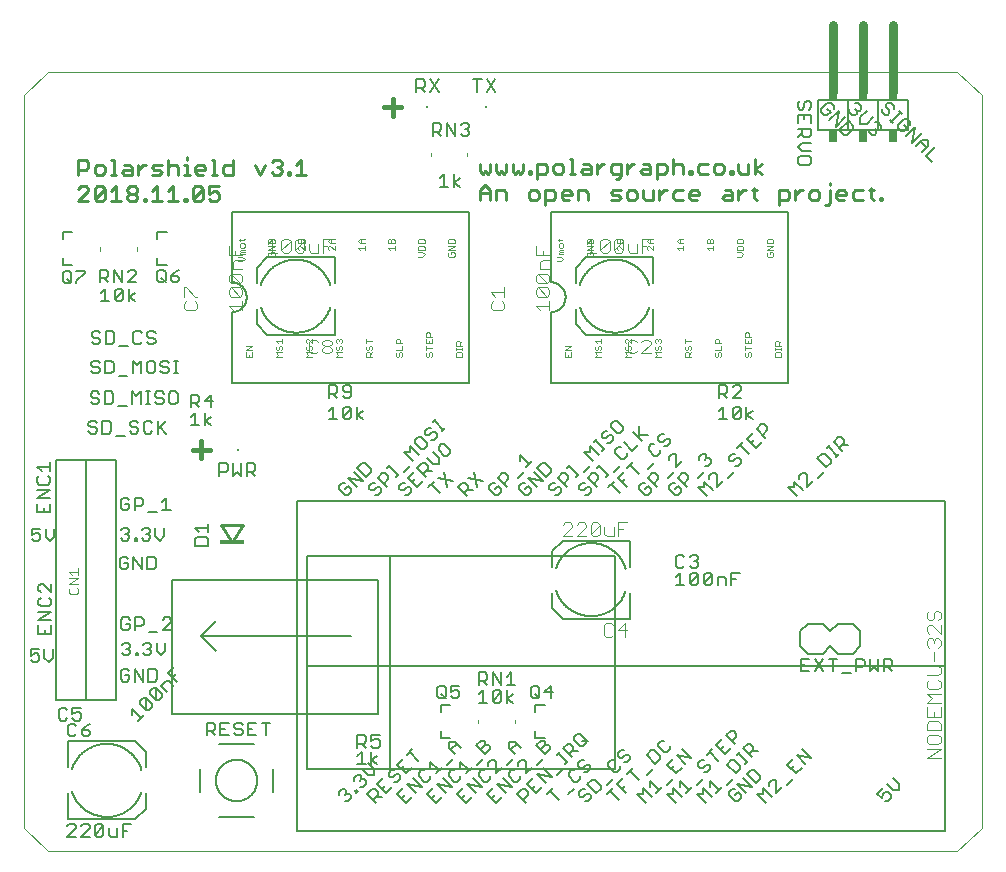
<source format=gto>
G75*
%MOIN*%
%OFA0B0*%
%FSLAX25Y25*%
%IPPOS*%
%LPD*%
%AMOC8*
5,1,8,0,0,1.08239X$1,22.5*
%
%ADD10C,0.00000*%
%ADD11C,0.01500*%
%ADD12C,0.00800*%
%ADD13C,0.00600*%
%ADD14C,0.00900*%
%ADD15C,0.00500*%
%ADD16C,0.00400*%
%ADD17C,0.00200*%
%ADD18R,0.00787X0.00787*%
%ADD19C,0.03000*%
%ADD20R,0.03000X0.02000*%
%ADD21R,0.03000X0.04000*%
%ADD22C,0.01000*%
%ADD23R,0.08268X0.01181*%
D10*
X0001000Y0008874D02*
X0001000Y0252969D01*
X0008874Y0260843D01*
X0312024Y0260843D01*
X0320409Y0252969D01*
X0320409Y0008874D01*
X0312024Y0001000D01*
X0008874Y0001000D01*
X0001000Y0008874D01*
D11*
X0060098Y0131908D02*
X0060098Y0137580D01*
X0057262Y0134744D02*
X0062933Y0134744D01*
X0123877Y0246081D02*
X0123877Y0251753D01*
X0121041Y0248917D02*
X0126713Y0248917D01*
D12*
X0131833Y0254038D02*
X0131833Y0258241D01*
X0133935Y0258241D01*
X0134635Y0257541D01*
X0134635Y0256140D01*
X0133935Y0255439D01*
X0131833Y0255439D01*
X0133234Y0255439D02*
X0134635Y0254038D01*
X0136437Y0254038D02*
X0139239Y0258241D01*
X0136437Y0258241D02*
X0139239Y0254038D01*
X0150731Y0258241D02*
X0153533Y0258241D01*
X0152132Y0258241D02*
X0152132Y0254038D01*
X0155335Y0254038D02*
X0158137Y0258241D01*
X0155335Y0258241D02*
X0158137Y0254038D01*
X0148645Y0243674D02*
X0147243Y0243674D01*
X0146543Y0242974D01*
X0144741Y0243674D02*
X0144741Y0239471D01*
X0141939Y0243674D01*
X0141939Y0239471D01*
X0140137Y0239471D02*
X0138736Y0240872D01*
X0139437Y0240872D02*
X0137335Y0240872D01*
X0137335Y0239471D02*
X0137335Y0243674D01*
X0139437Y0243674D01*
X0140137Y0242974D01*
X0140137Y0241573D01*
X0139437Y0240872D01*
X0146543Y0240171D02*
X0147243Y0239471D01*
X0148645Y0239471D01*
X0149345Y0240171D01*
X0149345Y0240872D01*
X0148645Y0241573D01*
X0147944Y0241573D01*
X0148645Y0241573D02*
X0149345Y0242273D01*
X0149345Y0242974D01*
X0148645Y0243674D01*
X0144301Y0226706D02*
X0144301Y0222502D01*
X0144301Y0223904D02*
X0146403Y0225305D01*
X0144301Y0223904D02*
X0146403Y0222502D01*
X0142500Y0222502D02*
X0139697Y0222502D01*
X0141098Y0222502D02*
X0141098Y0226706D01*
X0139697Y0225305D01*
X0104543Y0199031D02*
X0104543Y0190370D01*
X0104543Y0181709D02*
X0104543Y0173047D01*
X0082102Y0173047D01*
X0078559Y0176591D01*
X0078559Y0181709D01*
X0078559Y0190370D02*
X0078559Y0195488D01*
X0082102Y0199031D01*
X0104543Y0199031D01*
X0103165Y0182299D02*
X0103071Y0182018D01*
X0102969Y0181739D01*
X0102861Y0181463D01*
X0102746Y0181190D01*
X0102625Y0180919D01*
X0102497Y0180652D01*
X0102362Y0180387D01*
X0102221Y0180126D01*
X0102074Y0179869D01*
X0101921Y0179615D01*
X0101761Y0179365D01*
X0101596Y0179119D01*
X0101424Y0178877D01*
X0101247Y0178640D01*
X0101064Y0178406D01*
X0100875Y0178178D01*
X0100680Y0177953D01*
X0100481Y0177734D01*
X0100276Y0177520D01*
X0100066Y0177311D01*
X0099851Y0177107D01*
X0099630Y0176908D01*
X0099406Y0176714D01*
X0099176Y0176527D01*
X0098942Y0176344D01*
X0098704Y0176168D01*
X0098461Y0175997D01*
X0098215Y0175833D01*
X0097964Y0175674D01*
X0097710Y0175522D01*
X0097451Y0175376D01*
X0097190Y0175236D01*
X0096925Y0175102D01*
X0096657Y0174975D01*
X0096386Y0174855D01*
X0096112Y0174741D01*
X0095836Y0174634D01*
X0095556Y0174534D01*
X0095275Y0174441D01*
X0094991Y0174354D01*
X0094706Y0174275D01*
X0094418Y0174202D01*
X0094129Y0174136D01*
X0093838Y0174078D01*
X0093546Y0174027D01*
X0093253Y0173982D01*
X0092959Y0173945D01*
X0092664Y0173915D01*
X0092368Y0173892D01*
X0092072Y0173877D01*
X0091775Y0173869D01*
X0091479Y0173867D01*
X0091182Y0173874D01*
X0090886Y0173887D01*
X0090590Y0173907D01*
X0090295Y0173935D01*
X0090001Y0173970D01*
X0089707Y0174012D01*
X0089415Y0174062D01*
X0089123Y0174118D01*
X0088834Y0174181D01*
X0088546Y0174252D01*
X0088259Y0174329D01*
X0087975Y0174414D01*
X0087693Y0174505D01*
X0087413Y0174603D01*
X0087136Y0174708D01*
X0086861Y0174820D01*
X0086589Y0174938D01*
X0086320Y0175063D01*
X0086054Y0175195D01*
X0085792Y0175332D01*
X0085533Y0175477D01*
X0085277Y0175627D01*
X0085025Y0175784D01*
X0084777Y0175947D01*
X0084534Y0176115D01*
X0084294Y0176290D01*
X0084059Y0176471D01*
X0083828Y0176657D01*
X0083601Y0176848D01*
X0083380Y0177045D01*
X0083163Y0177248D01*
X0082952Y0177456D01*
X0082745Y0177668D01*
X0082544Y0177886D01*
X0082348Y0178109D01*
X0082157Y0178336D01*
X0081972Y0178568D01*
X0081793Y0178804D01*
X0081620Y0179045D01*
X0081453Y0179290D01*
X0081291Y0179539D01*
X0081136Y0179791D01*
X0080987Y0180048D01*
X0080844Y0180307D01*
X0080707Y0180571D01*
X0080577Y0180837D01*
X0080454Y0181107D01*
X0080337Y0181379D01*
X0080227Y0181655D01*
X0080124Y0181933D01*
X0080027Y0182213D01*
X0079937Y0182496D01*
X0079937Y0189779D02*
X0080031Y0190060D01*
X0080133Y0190339D01*
X0080241Y0190615D01*
X0080356Y0190888D01*
X0080477Y0191159D01*
X0080605Y0191426D01*
X0080740Y0191691D01*
X0080881Y0191952D01*
X0081028Y0192209D01*
X0081181Y0192463D01*
X0081341Y0192713D01*
X0081506Y0192959D01*
X0081678Y0193201D01*
X0081855Y0193438D01*
X0082038Y0193672D01*
X0082227Y0193900D01*
X0082422Y0194125D01*
X0082621Y0194344D01*
X0082826Y0194558D01*
X0083036Y0194767D01*
X0083251Y0194971D01*
X0083472Y0195170D01*
X0083696Y0195364D01*
X0083926Y0195551D01*
X0084160Y0195734D01*
X0084398Y0195910D01*
X0084641Y0196081D01*
X0084887Y0196245D01*
X0085138Y0196404D01*
X0085392Y0196556D01*
X0085651Y0196702D01*
X0085912Y0196842D01*
X0086177Y0196976D01*
X0086445Y0197103D01*
X0086716Y0197223D01*
X0086990Y0197337D01*
X0087266Y0197444D01*
X0087546Y0197544D01*
X0087827Y0197637D01*
X0088111Y0197724D01*
X0088396Y0197803D01*
X0088684Y0197876D01*
X0088973Y0197942D01*
X0089264Y0198000D01*
X0089556Y0198051D01*
X0089849Y0198096D01*
X0090143Y0198133D01*
X0090438Y0198163D01*
X0090734Y0198186D01*
X0091030Y0198201D01*
X0091327Y0198209D01*
X0091623Y0198211D01*
X0091920Y0198204D01*
X0092216Y0198191D01*
X0092512Y0198171D01*
X0092807Y0198143D01*
X0093101Y0198108D01*
X0093395Y0198066D01*
X0093687Y0198016D01*
X0093979Y0197960D01*
X0094268Y0197897D01*
X0094556Y0197826D01*
X0094843Y0197749D01*
X0095127Y0197664D01*
X0095409Y0197573D01*
X0095689Y0197475D01*
X0095966Y0197370D01*
X0096241Y0197258D01*
X0096513Y0197140D01*
X0096782Y0197015D01*
X0097048Y0196883D01*
X0097310Y0196746D01*
X0097569Y0196601D01*
X0097825Y0196451D01*
X0098077Y0196294D01*
X0098325Y0196131D01*
X0098568Y0195963D01*
X0098808Y0195788D01*
X0099043Y0195607D01*
X0099274Y0195421D01*
X0099501Y0195230D01*
X0099722Y0195033D01*
X0099939Y0194830D01*
X0100150Y0194622D01*
X0100357Y0194410D01*
X0100558Y0194192D01*
X0100754Y0193969D01*
X0100945Y0193742D01*
X0101130Y0193510D01*
X0101309Y0193274D01*
X0101482Y0193033D01*
X0101649Y0192788D01*
X0101811Y0192539D01*
X0101966Y0192287D01*
X0102115Y0192030D01*
X0102258Y0191771D01*
X0102395Y0191507D01*
X0102525Y0191241D01*
X0102648Y0190971D01*
X0102765Y0190699D01*
X0102875Y0190423D01*
X0102978Y0190145D01*
X0103075Y0189865D01*
X0103165Y0189582D01*
X0102699Y0156273D02*
X0104801Y0156273D01*
X0105502Y0155572D01*
X0105502Y0154171D01*
X0104801Y0153470D01*
X0102699Y0153470D01*
X0102699Y0152069D02*
X0102699Y0156273D01*
X0104100Y0153470D02*
X0105502Y0152069D01*
X0107303Y0152770D02*
X0108004Y0152069D01*
X0109405Y0152069D01*
X0110106Y0152770D01*
X0110106Y0155572D01*
X0109405Y0156273D01*
X0108004Y0156273D01*
X0107303Y0155572D01*
X0107303Y0154872D01*
X0108004Y0154171D01*
X0110106Y0154171D01*
X0109405Y0149147D02*
X0108004Y0149147D01*
X0107303Y0148446D01*
X0107303Y0145644D01*
X0110106Y0148446D01*
X0110106Y0145644D01*
X0109405Y0144943D01*
X0108004Y0144943D01*
X0107303Y0145644D01*
X0105502Y0144943D02*
X0102699Y0144943D01*
X0104100Y0144943D02*
X0104100Y0149147D01*
X0102699Y0147746D01*
X0109405Y0149147D02*
X0110106Y0148446D01*
X0111907Y0149147D02*
X0111907Y0144943D01*
X0111907Y0146345D02*
X0114009Y0147746D01*
X0111907Y0146345D02*
X0114009Y0144943D01*
X0113663Y0130252D02*
X0112176Y0128766D01*
X0115149Y0125793D01*
X0116635Y0127279D01*
X0116635Y0128270D01*
X0114653Y0130252D01*
X0113663Y0130252D01*
X0110902Y0127492D02*
X0113875Y0124519D01*
X0108921Y0125510D01*
X0111893Y0122538D01*
X0110124Y0121759D02*
X0109133Y0122750D01*
X0108142Y0121759D01*
X0106161Y0121759D02*
X0108142Y0119778D01*
X0109133Y0119778D01*
X0110124Y0120768D01*
X0110124Y0121759D01*
X0108142Y0123741D02*
X0107152Y0123741D01*
X0106161Y0122750D01*
X0106161Y0121759D01*
X0116161Y0121759D02*
X0116656Y0121264D01*
X0117647Y0121264D01*
X0118638Y0122255D01*
X0119629Y0122255D01*
X0120124Y0121759D01*
X0120124Y0120768D01*
X0119133Y0119778D01*
X0118142Y0119778D01*
X0116161Y0121759D02*
X0116161Y0122750D01*
X0117152Y0123741D01*
X0118142Y0123741D01*
X0118921Y0125510D02*
X0120407Y0126996D01*
X0121398Y0126996D01*
X0122389Y0126005D01*
X0122389Y0125015D01*
X0120902Y0123528D01*
X0121893Y0122538D02*
X0118921Y0125510D01*
X0122176Y0128766D02*
X0123167Y0129756D01*
X0122672Y0129261D02*
X0125644Y0126289D01*
X0125149Y0125793D02*
X0126140Y0126784D01*
X0127814Y0127468D02*
X0129796Y0129450D01*
X0130574Y0131219D02*
X0127602Y0134191D01*
X0129584Y0134191D01*
X0129584Y0136173D01*
X0132556Y0133200D01*
X0133335Y0134970D02*
X0134325Y0134970D01*
X0135316Y0135961D01*
X0135316Y0136951D01*
X0133335Y0138933D01*
X0132344Y0138933D01*
X0131353Y0137942D01*
X0131353Y0136951D01*
X0133335Y0134970D01*
X0135432Y0132021D02*
X0137413Y0130039D01*
X0139395Y0130039D01*
X0139395Y0132021D01*
X0137413Y0134003D01*
X0139183Y0134781D02*
X0141164Y0132799D01*
X0142155Y0132799D01*
X0143146Y0133790D01*
X0143146Y0134781D01*
X0141164Y0136763D01*
X0140173Y0136763D01*
X0139183Y0135772D01*
X0139183Y0134781D01*
X0137581Y0138225D02*
X0136590Y0138225D01*
X0137581Y0138225D02*
X0138572Y0139216D01*
X0138572Y0140207D01*
X0138076Y0140702D01*
X0137085Y0140702D01*
X0136095Y0139711D01*
X0135104Y0139711D01*
X0134608Y0140207D01*
X0134608Y0141198D01*
X0135599Y0142188D01*
X0136590Y0142188D01*
X0137368Y0143958D02*
X0138359Y0144948D01*
X0137864Y0144453D02*
X0140836Y0141481D01*
X0140341Y0140985D02*
X0141332Y0141976D01*
X0134653Y0130252D02*
X0135644Y0129261D01*
X0135644Y0128270D01*
X0134158Y0126784D01*
X0135149Y0127775D02*
X0137130Y0127775D01*
X0135149Y0125793D02*
X0132176Y0128766D01*
X0133663Y0130252D01*
X0134653Y0130252D01*
X0130902Y0127492D02*
X0128921Y0125510D01*
X0131893Y0122538D01*
X0133875Y0124519D01*
X0131398Y0125015D02*
X0130407Y0124024D01*
X0129629Y0122255D02*
X0130124Y0121759D01*
X0130124Y0120768D01*
X0129133Y0119778D01*
X0128142Y0119778D01*
X0127647Y0121264D02*
X0128638Y0122255D01*
X0129629Y0122255D01*
X0128142Y0123741D02*
X0127152Y0123741D01*
X0126161Y0122750D01*
X0126161Y0121759D01*
X0126656Y0121264D01*
X0127647Y0121264D01*
X0135665Y0122255D02*
X0137647Y0124236D01*
X0136656Y0123245D02*
X0139629Y0120273D01*
X0141893Y0122538D02*
X0140902Y0127492D01*
X0138921Y0125510D02*
X0143875Y0124519D01*
X0145665Y0122255D02*
X0147152Y0123741D01*
X0148142Y0123741D01*
X0149133Y0122750D01*
X0149133Y0121759D01*
X0147647Y0120273D01*
X0148638Y0119282D02*
X0145665Y0122255D01*
X0148638Y0121264D02*
X0150619Y0121264D01*
X0151893Y0122538D02*
X0150902Y0127492D01*
X0148921Y0125510D02*
X0153875Y0124519D01*
X0156161Y0122750D02*
X0156161Y0121759D01*
X0158142Y0119778D01*
X0159133Y0119778D01*
X0160124Y0120768D01*
X0160124Y0121759D01*
X0159133Y0122750D01*
X0158142Y0121759D01*
X0158142Y0123741D02*
X0157152Y0123741D01*
X0156161Y0122750D01*
X0158921Y0125510D02*
X0160407Y0126996D01*
X0161398Y0126996D01*
X0162389Y0126005D01*
X0162389Y0125015D01*
X0160902Y0123528D01*
X0161893Y0122538D02*
X0158921Y0125510D01*
X0165644Y0125298D02*
X0167626Y0127279D01*
X0168404Y0129049D02*
X0170386Y0131030D01*
X0169395Y0130039D02*
X0166423Y0133012D01*
X0166423Y0131030D01*
X0170902Y0127492D02*
X0173875Y0124519D01*
X0168921Y0125510D01*
X0171893Y0122538D01*
X0170124Y0121759D02*
X0169133Y0122750D01*
X0168142Y0121759D01*
X0166161Y0121759D02*
X0168142Y0119778D01*
X0169133Y0119778D01*
X0170124Y0120768D01*
X0170124Y0121759D01*
X0168142Y0123741D02*
X0167152Y0123741D01*
X0166161Y0122750D01*
X0166161Y0121759D01*
X0172176Y0128766D02*
X0173663Y0130252D01*
X0174653Y0130252D01*
X0176635Y0128270D01*
X0176635Y0127279D01*
X0175149Y0125793D01*
X0172176Y0128766D01*
X0177152Y0123741D02*
X0176161Y0122750D01*
X0176161Y0121759D01*
X0176656Y0121264D01*
X0177647Y0121264D01*
X0178638Y0122255D01*
X0179629Y0122255D01*
X0180124Y0121759D01*
X0180124Y0120768D01*
X0179133Y0119778D01*
X0178142Y0119778D01*
X0180902Y0123528D02*
X0182389Y0125015D01*
X0182389Y0126005D01*
X0181398Y0126996D01*
X0180407Y0126996D01*
X0178921Y0125510D01*
X0181893Y0122538D01*
X0178142Y0123741D02*
X0177152Y0123741D01*
X0182176Y0128766D02*
X0183167Y0129756D01*
X0182672Y0129261D02*
X0185644Y0126289D01*
X0185149Y0125793D02*
X0186140Y0126784D01*
X0187814Y0127468D02*
X0189796Y0129450D01*
X0190574Y0131219D02*
X0187602Y0134191D01*
X0189584Y0134191D01*
X0189584Y0136173D01*
X0192556Y0133200D01*
X0193830Y0134474D02*
X0194821Y0135465D01*
X0194325Y0134970D02*
X0191353Y0137942D01*
X0190858Y0137447D02*
X0191848Y0138438D01*
X0193523Y0139122D02*
X0193523Y0140112D01*
X0194514Y0141103D01*
X0195505Y0141103D01*
X0196000Y0139617D02*
X0196991Y0139617D01*
X0197486Y0139122D01*
X0197486Y0138131D01*
X0196496Y0137140D01*
X0195505Y0137140D01*
X0195009Y0138626D02*
X0196000Y0139617D01*
X0195009Y0138626D02*
X0194019Y0138626D01*
X0193523Y0139122D01*
X0196779Y0142377D02*
X0198760Y0140396D01*
X0199751Y0140396D01*
X0200742Y0141386D01*
X0200742Y0142377D01*
X0198760Y0144359D01*
X0197770Y0144359D01*
X0196779Y0143368D01*
X0196779Y0142377D01*
X0200858Y0137447D02*
X0203830Y0134474D01*
X0205812Y0136456D01*
X0207085Y0137730D02*
X0204113Y0140702D01*
X0206095Y0139711D02*
X0209067Y0139711D01*
X0206095Y0138721D02*
X0206095Y0142684D01*
X0210173Y0136763D02*
X0209183Y0135772D01*
X0209183Y0134781D01*
X0211164Y0132799D01*
X0212155Y0132799D01*
X0213146Y0133790D01*
X0213146Y0134781D01*
X0214420Y0136055D02*
X0215410Y0136055D01*
X0216401Y0137046D01*
X0216401Y0138036D01*
X0215906Y0138532D01*
X0214915Y0138532D01*
X0213924Y0137541D01*
X0212934Y0137541D01*
X0212438Y0138037D01*
X0212438Y0139027D01*
X0213429Y0140018D01*
X0214420Y0140018D01*
X0211164Y0136763D02*
X0210173Y0136763D01*
X0210881Y0130535D02*
X0208900Y0128553D01*
X0210407Y0126996D02*
X0208921Y0125510D01*
X0211893Y0122538D01*
X0210902Y0123528D02*
X0212389Y0125015D01*
X0212389Y0126005D01*
X0211398Y0126996D01*
X0210407Y0126996D01*
X0208142Y0123741D02*
X0207152Y0123741D01*
X0206161Y0122750D01*
X0206161Y0121759D01*
X0208142Y0119778D01*
X0209133Y0119778D01*
X0210124Y0120768D01*
X0210124Y0121759D01*
X0209133Y0122750D01*
X0208142Y0121759D01*
X0206140Y0126784D02*
X0203167Y0129756D01*
X0202176Y0128766D02*
X0204158Y0130747D01*
X0202061Y0132705D02*
X0202061Y0133696D01*
X0202061Y0132705D02*
X0201070Y0131714D01*
X0200079Y0131714D01*
X0198097Y0133696D01*
X0198097Y0134687D01*
X0199088Y0135677D01*
X0200079Y0135677D01*
X0199796Y0129450D02*
X0197814Y0127468D01*
X0196140Y0126784D02*
X0195149Y0125793D01*
X0195644Y0126289D02*
X0192672Y0129261D01*
X0192176Y0128766D02*
X0193167Y0129756D01*
X0191398Y0126996D02*
X0192389Y0126005D01*
X0192389Y0125015D01*
X0190902Y0123528D01*
X0191893Y0122538D02*
X0188921Y0125510D01*
X0190407Y0126996D01*
X0191398Y0126996D01*
X0188142Y0123741D02*
X0187152Y0123741D01*
X0186161Y0122750D01*
X0186161Y0121759D01*
X0186656Y0121264D01*
X0187647Y0121264D01*
X0188638Y0122255D01*
X0189629Y0122255D01*
X0190124Y0121759D01*
X0190124Y0120768D01*
X0189133Y0119778D01*
X0188142Y0119778D01*
X0195665Y0122255D02*
X0197647Y0124236D01*
X0196656Y0123245D02*
X0199629Y0120273D01*
X0201893Y0122538D02*
X0198921Y0125510D01*
X0200902Y0127492D01*
X0201398Y0125015D02*
X0200407Y0124024D01*
X0215644Y0125298D02*
X0217626Y0127279D01*
X0218404Y0129049D02*
X0218404Y0133012D01*
X0217909Y0133507D01*
X0216918Y0133507D01*
X0215927Y0132516D01*
X0215927Y0131526D01*
X0218404Y0129049D02*
X0220386Y0131030D01*
X0220407Y0126996D02*
X0221398Y0126996D01*
X0222389Y0126005D01*
X0222389Y0125015D01*
X0220902Y0123528D01*
X0221893Y0122538D02*
X0218921Y0125510D01*
X0220407Y0126996D01*
X0218142Y0123741D02*
X0217152Y0123741D01*
X0216161Y0122750D01*
X0216161Y0121759D01*
X0218142Y0119778D01*
X0219133Y0119778D01*
X0220124Y0120768D01*
X0220124Y0121759D01*
X0219133Y0122750D01*
X0218142Y0121759D01*
X0225665Y0122255D02*
X0227647Y0122255D01*
X0227647Y0124236D01*
X0230619Y0121264D01*
X0231893Y0122538D02*
X0231893Y0126501D01*
X0231398Y0126996D01*
X0230407Y0126996D01*
X0229416Y0126005D01*
X0229416Y0125015D01*
X0227626Y0127279D02*
X0225644Y0125298D01*
X0225665Y0122255D02*
X0228638Y0119282D01*
X0231893Y0122538D02*
X0233875Y0124519D01*
X0235644Y0125298D02*
X0237626Y0127279D01*
X0237909Y0129544D02*
X0238900Y0129544D01*
X0239890Y0130535D01*
X0239890Y0131526D01*
X0239395Y0132021D01*
X0238404Y0132021D01*
X0237413Y0131030D01*
X0236423Y0131030D01*
X0235927Y0131526D01*
X0235927Y0132516D01*
X0236918Y0133507D01*
X0237909Y0133507D01*
X0238687Y0135276D02*
X0240669Y0137258D01*
X0239678Y0136267D02*
X0242650Y0133295D01*
X0244915Y0135560D02*
X0241943Y0138532D01*
X0243924Y0140513D01*
X0245198Y0141787D02*
X0246684Y0143274D01*
X0247675Y0143274D01*
X0248666Y0142283D01*
X0248666Y0141292D01*
X0247180Y0139806D01*
X0248171Y0138815D02*
X0245198Y0141787D01*
X0243930Y0144943D02*
X0241828Y0146345D01*
X0243930Y0147746D01*
X0241828Y0149147D02*
X0241828Y0144943D01*
X0240027Y0145644D02*
X0239326Y0144943D01*
X0237925Y0144943D01*
X0237224Y0145644D01*
X0240027Y0148446D01*
X0240027Y0145644D01*
X0240027Y0148446D02*
X0239326Y0149147D01*
X0237925Y0149147D01*
X0237224Y0148446D01*
X0237224Y0145644D01*
X0235423Y0144943D02*
X0232620Y0144943D01*
X0234022Y0144943D02*
X0234022Y0149147D01*
X0232620Y0147746D01*
X0232620Y0152069D02*
X0232620Y0156273D01*
X0234722Y0156273D01*
X0235423Y0155572D01*
X0235423Y0154171D01*
X0234722Y0153470D01*
X0232620Y0153470D01*
X0234022Y0153470D02*
X0235423Y0152069D01*
X0237224Y0152069D02*
X0240027Y0154872D01*
X0240027Y0155572D01*
X0239326Y0156273D01*
X0237925Y0156273D01*
X0237224Y0155572D01*
X0237224Y0152069D02*
X0240027Y0152069D01*
X0244420Y0138037D02*
X0243429Y0137046D01*
X0244915Y0135560D02*
X0246897Y0137541D01*
X0259416Y0126005D02*
X0259416Y0125015D01*
X0259416Y0126005D02*
X0260407Y0126996D01*
X0261398Y0126996D01*
X0261893Y0126501D01*
X0261893Y0122538D01*
X0263875Y0124519D01*
X0265644Y0125298D02*
X0267626Y0127279D01*
X0268404Y0129049D02*
X0269890Y0130535D01*
X0269890Y0131526D01*
X0267909Y0133507D01*
X0266918Y0133507D01*
X0265432Y0132021D01*
X0268404Y0129049D01*
X0271660Y0132304D02*
X0272650Y0133295D01*
X0272155Y0132799D02*
X0269183Y0135772D01*
X0269678Y0136267D02*
X0268687Y0135276D01*
X0270858Y0137447D02*
X0272344Y0138933D01*
X0273335Y0138933D01*
X0274325Y0137942D01*
X0274325Y0136951D01*
X0272839Y0135465D01*
X0273830Y0134474D02*
X0270858Y0137447D01*
X0273830Y0136456D02*
X0275812Y0136456D01*
X0260619Y0121264D02*
X0257647Y0124236D01*
X0257647Y0122255D01*
X0255665Y0122255D01*
X0258638Y0119282D01*
X0239587Y0093793D02*
X0236784Y0093793D01*
X0236784Y0089589D01*
X0234983Y0089589D02*
X0234983Y0091691D01*
X0234282Y0092391D01*
X0232180Y0092391D01*
X0232180Y0089589D01*
X0230379Y0090290D02*
X0229678Y0089589D01*
X0228277Y0089589D01*
X0227576Y0090290D01*
X0230379Y0093092D01*
X0230379Y0090290D01*
X0230379Y0093092D02*
X0229678Y0093793D01*
X0228277Y0093793D01*
X0227576Y0093092D01*
X0227576Y0090290D01*
X0225775Y0090290D02*
X0225074Y0089589D01*
X0223673Y0089589D01*
X0222972Y0090290D01*
X0225775Y0093092D01*
X0225775Y0090290D01*
X0225775Y0093092D02*
X0225074Y0093793D01*
X0223673Y0093793D01*
X0222972Y0093092D01*
X0222972Y0090290D01*
X0221171Y0089589D02*
X0218369Y0089589D01*
X0219770Y0089589D02*
X0219770Y0093793D01*
X0218369Y0092391D01*
X0219069Y0095534D02*
X0220470Y0095534D01*
X0221171Y0096234D01*
X0222972Y0096234D02*
X0223673Y0095534D01*
X0225074Y0095534D01*
X0225775Y0096234D01*
X0225775Y0096935D01*
X0225074Y0097636D01*
X0224374Y0097636D01*
X0225074Y0097636D02*
X0225775Y0098336D01*
X0225775Y0099037D01*
X0225074Y0099737D01*
X0223673Y0099737D01*
X0222972Y0099037D01*
X0221171Y0099037D02*
X0220470Y0099737D01*
X0219069Y0099737D01*
X0218369Y0099037D01*
X0218369Y0096234D01*
X0219069Y0095534D01*
X0202969Y0095882D02*
X0202969Y0104543D01*
X0180528Y0104543D01*
X0176984Y0101000D01*
X0176984Y0095882D01*
X0176984Y0087220D02*
X0176984Y0082102D01*
X0180528Y0078559D01*
X0202969Y0078559D01*
X0202969Y0087220D01*
X0201590Y0087811D02*
X0201496Y0087530D01*
X0201394Y0087251D01*
X0201286Y0086975D01*
X0201171Y0086702D01*
X0201050Y0086431D01*
X0200922Y0086164D01*
X0200787Y0085899D01*
X0200646Y0085638D01*
X0200499Y0085381D01*
X0200346Y0085127D01*
X0200186Y0084877D01*
X0200021Y0084631D01*
X0199849Y0084389D01*
X0199672Y0084152D01*
X0199489Y0083918D01*
X0199300Y0083690D01*
X0199105Y0083465D01*
X0198906Y0083246D01*
X0198701Y0083032D01*
X0198491Y0082823D01*
X0198276Y0082619D01*
X0198055Y0082420D01*
X0197831Y0082226D01*
X0197601Y0082039D01*
X0197367Y0081856D01*
X0197129Y0081680D01*
X0196886Y0081509D01*
X0196640Y0081345D01*
X0196389Y0081186D01*
X0196135Y0081034D01*
X0195876Y0080888D01*
X0195615Y0080748D01*
X0195350Y0080614D01*
X0195082Y0080487D01*
X0194811Y0080367D01*
X0194537Y0080253D01*
X0194261Y0080146D01*
X0193981Y0080046D01*
X0193700Y0079953D01*
X0193416Y0079866D01*
X0193131Y0079787D01*
X0192843Y0079714D01*
X0192554Y0079648D01*
X0192263Y0079590D01*
X0191971Y0079539D01*
X0191678Y0079494D01*
X0191384Y0079457D01*
X0191089Y0079427D01*
X0190793Y0079404D01*
X0190497Y0079389D01*
X0190200Y0079381D01*
X0189904Y0079379D01*
X0189607Y0079386D01*
X0189311Y0079399D01*
X0189015Y0079419D01*
X0188720Y0079447D01*
X0188426Y0079482D01*
X0188132Y0079524D01*
X0187840Y0079574D01*
X0187548Y0079630D01*
X0187259Y0079693D01*
X0186971Y0079764D01*
X0186684Y0079841D01*
X0186400Y0079926D01*
X0186118Y0080017D01*
X0185838Y0080115D01*
X0185561Y0080220D01*
X0185286Y0080332D01*
X0185014Y0080450D01*
X0184745Y0080575D01*
X0184479Y0080707D01*
X0184217Y0080844D01*
X0183958Y0080989D01*
X0183702Y0081139D01*
X0183450Y0081296D01*
X0183202Y0081459D01*
X0182959Y0081627D01*
X0182719Y0081802D01*
X0182484Y0081983D01*
X0182253Y0082169D01*
X0182026Y0082360D01*
X0181805Y0082557D01*
X0181588Y0082760D01*
X0181377Y0082968D01*
X0181170Y0083180D01*
X0180969Y0083398D01*
X0180773Y0083621D01*
X0180582Y0083848D01*
X0180397Y0084080D01*
X0180218Y0084316D01*
X0180045Y0084557D01*
X0179878Y0084802D01*
X0179716Y0085051D01*
X0179561Y0085303D01*
X0179412Y0085560D01*
X0179269Y0085819D01*
X0179132Y0086083D01*
X0179002Y0086349D01*
X0178879Y0086619D01*
X0178762Y0086891D01*
X0178652Y0087167D01*
X0178549Y0087445D01*
X0178452Y0087725D01*
X0178362Y0088008D01*
X0178363Y0095291D02*
X0178457Y0095572D01*
X0178559Y0095851D01*
X0178667Y0096127D01*
X0178782Y0096400D01*
X0178903Y0096671D01*
X0179031Y0096938D01*
X0179166Y0097203D01*
X0179307Y0097464D01*
X0179454Y0097721D01*
X0179607Y0097975D01*
X0179767Y0098225D01*
X0179932Y0098471D01*
X0180104Y0098713D01*
X0180281Y0098950D01*
X0180464Y0099184D01*
X0180653Y0099412D01*
X0180848Y0099637D01*
X0181047Y0099856D01*
X0181252Y0100070D01*
X0181462Y0100279D01*
X0181677Y0100483D01*
X0181898Y0100682D01*
X0182122Y0100876D01*
X0182352Y0101063D01*
X0182586Y0101246D01*
X0182824Y0101422D01*
X0183067Y0101593D01*
X0183313Y0101757D01*
X0183564Y0101916D01*
X0183818Y0102068D01*
X0184077Y0102214D01*
X0184338Y0102354D01*
X0184603Y0102488D01*
X0184871Y0102615D01*
X0185142Y0102735D01*
X0185416Y0102849D01*
X0185692Y0102956D01*
X0185972Y0103056D01*
X0186253Y0103149D01*
X0186537Y0103236D01*
X0186822Y0103315D01*
X0187110Y0103388D01*
X0187399Y0103454D01*
X0187690Y0103512D01*
X0187982Y0103563D01*
X0188275Y0103608D01*
X0188569Y0103645D01*
X0188864Y0103675D01*
X0189160Y0103698D01*
X0189456Y0103713D01*
X0189753Y0103721D01*
X0190049Y0103723D01*
X0190346Y0103716D01*
X0190642Y0103703D01*
X0190938Y0103683D01*
X0191233Y0103655D01*
X0191527Y0103620D01*
X0191821Y0103578D01*
X0192113Y0103528D01*
X0192405Y0103472D01*
X0192694Y0103409D01*
X0192982Y0103338D01*
X0193269Y0103261D01*
X0193553Y0103176D01*
X0193835Y0103085D01*
X0194115Y0102987D01*
X0194392Y0102882D01*
X0194667Y0102770D01*
X0194939Y0102652D01*
X0195208Y0102527D01*
X0195474Y0102395D01*
X0195736Y0102258D01*
X0195995Y0102113D01*
X0196251Y0101963D01*
X0196503Y0101806D01*
X0196751Y0101643D01*
X0196994Y0101475D01*
X0197234Y0101300D01*
X0197469Y0101119D01*
X0197700Y0100933D01*
X0197927Y0100742D01*
X0198148Y0100545D01*
X0198365Y0100342D01*
X0198576Y0100134D01*
X0198783Y0099922D01*
X0198984Y0099704D01*
X0199180Y0099481D01*
X0199371Y0099254D01*
X0199556Y0099022D01*
X0199735Y0098786D01*
X0199908Y0098545D01*
X0200075Y0098300D01*
X0200237Y0098051D01*
X0200392Y0097799D01*
X0200541Y0097542D01*
X0200684Y0097283D01*
X0200821Y0097019D01*
X0200951Y0096753D01*
X0201074Y0096483D01*
X0201191Y0096211D01*
X0201301Y0095935D01*
X0201404Y0095657D01*
X0201501Y0095377D01*
X0201591Y0095094D01*
X0236784Y0091691D02*
X0238185Y0091691D01*
X0259780Y0074366D02*
X0262280Y0076866D01*
X0267280Y0076866D01*
X0269780Y0074366D01*
X0272280Y0076866D01*
X0277280Y0076866D01*
X0279780Y0074366D01*
X0279780Y0069366D01*
X0277280Y0066866D01*
X0272280Y0066866D01*
X0269780Y0069366D01*
X0267280Y0066866D01*
X0262280Y0066866D01*
X0259780Y0069366D01*
X0259780Y0074366D01*
X0259975Y0065166D02*
X0259975Y0060962D01*
X0262777Y0060962D01*
X0264579Y0060962D02*
X0267381Y0065166D01*
X0269183Y0065166D02*
X0271985Y0065166D01*
X0270584Y0065166D02*
X0270584Y0060962D01*
X0267381Y0060962D02*
X0264579Y0065166D01*
X0262777Y0065166D02*
X0259975Y0065166D01*
X0259975Y0063064D02*
X0261376Y0063064D01*
X0273787Y0060262D02*
X0276589Y0060262D01*
X0278391Y0060962D02*
X0278391Y0065166D01*
X0280493Y0065166D01*
X0281193Y0064465D01*
X0281193Y0063064D01*
X0280493Y0062363D01*
X0278391Y0062363D01*
X0282995Y0060962D02*
X0284396Y0062363D01*
X0285797Y0060962D01*
X0285797Y0065166D01*
X0287599Y0065166D02*
X0289700Y0065166D01*
X0290401Y0064465D01*
X0290401Y0063064D01*
X0289700Y0062363D01*
X0287599Y0062363D01*
X0289000Y0062363D02*
X0290401Y0060962D01*
X0287599Y0060962D02*
X0287599Y0065166D01*
X0282995Y0065166D02*
X0282995Y0060962D01*
X0260511Y0035132D02*
X0263484Y0032160D01*
X0258530Y0033150D01*
X0261502Y0030178D01*
X0260228Y0028904D02*
X0258247Y0026923D01*
X0255274Y0029895D01*
X0257256Y0031877D01*
X0257751Y0029400D02*
X0256761Y0028409D01*
X0257468Y0025153D02*
X0255487Y0023172D01*
X0253717Y0022393D02*
X0251736Y0020412D01*
X0251736Y0024375D01*
X0251240Y0024870D01*
X0250250Y0024870D01*
X0249259Y0023879D01*
X0249259Y0022889D01*
X0247490Y0022110D02*
X0250462Y0019138D01*
X0248480Y0017156D02*
X0245508Y0020129D01*
X0247490Y0020129D01*
X0247490Y0022110D01*
X0244991Y0023667D02*
X0246477Y0025153D01*
X0246477Y0026144D01*
X0244496Y0028126D01*
X0243505Y0028126D01*
X0242019Y0026640D01*
X0244991Y0023667D01*
X0243717Y0022393D02*
X0240745Y0025366D01*
X0238763Y0023384D02*
X0243717Y0022393D01*
X0241736Y0020412D02*
X0238763Y0023384D01*
X0237985Y0021615D02*
X0236994Y0021615D01*
X0236003Y0020624D01*
X0236003Y0019633D01*
X0237985Y0017652D01*
X0238976Y0017652D01*
X0239966Y0018642D01*
X0239966Y0019633D01*
X0238976Y0020624D01*
X0237985Y0019633D01*
X0235487Y0023172D02*
X0237468Y0025153D01*
X0238247Y0026923D02*
X0235274Y0029895D01*
X0236761Y0031381D01*
X0237751Y0031381D01*
X0239733Y0029400D01*
X0239733Y0028409D01*
X0238247Y0026923D01*
X0241502Y0030178D02*
X0242493Y0031169D01*
X0241998Y0030673D02*
X0239025Y0033646D01*
X0238530Y0033150D02*
X0239521Y0034141D01*
X0240700Y0035321D02*
X0242186Y0036807D01*
X0243177Y0036807D01*
X0244168Y0035816D01*
X0244168Y0034825D01*
X0242682Y0033339D01*
X0243672Y0032348D02*
X0240700Y0035321D01*
X0238013Y0036689D02*
X0235041Y0039661D01*
X0236527Y0041148D01*
X0237518Y0041148D01*
X0238508Y0040157D01*
X0238508Y0039166D01*
X0237022Y0037680D01*
X0236739Y0035415D02*
X0234758Y0033434D01*
X0231785Y0036406D01*
X0233767Y0038388D01*
X0234262Y0035911D02*
X0233271Y0034920D01*
X0230511Y0035132D02*
X0228530Y0033150D01*
X0229521Y0034141D02*
X0232493Y0031169D01*
X0229733Y0029400D02*
X0229733Y0028409D01*
X0228742Y0027418D01*
X0227751Y0027418D01*
X0227256Y0028904D02*
X0228247Y0029895D01*
X0229237Y0029895D01*
X0229733Y0029400D01*
X0227256Y0028904D02*
X0226265Y0028904D01*
X0225770Y0029400D01*
X0225770Y0030390D01*
X0226761Y0031381D01*
X0227751Y0031381D01*
X0223484Y0032160D02*
X0220511Y0035132D01*
X0218530Y0033150D02*
X0223484Y0032160D01*
X0221502Y0030178D02*
X0218530Y0033150D01*
X0217256Y0031877D02*
X0215274Y0029895D01*
X0218247Y0026923D01*
X0220228Y0028904D01*
X0217751Y0029400D02*
X0216761Y0028409D01*
X0217468Y0025153D02*
X0215487Y0023172D01*
X0213717Y0022393D02*
X0211736Y0020412D01*
X0212727Y0021402D02*
X0209754Y0024375D01*
X0209754Y0022393D01*
X0207490Y0022110D02*
X0207490Y0020129D01*
X0205508Y0020129D01*
X0208480Y0017156D01*
X0210462Y0019138D02*
X0207490Y0022110D01*
X0205982Y0024658D02*
X0203010Y0027630D01*
X0202019Y0026640D02*
X0204000Y0028621D01*
X0201998Y0030673D02*
X0202988Y0031664D01*
X0202988Y0032655D01*
X0202493Y0033150D01*
X0201502Y0033150D01*
X0200511Y0032160D01*
X0199521Y0032160D01*
X0199025Y0032655D01*
X0199025Y0033646D01*
X0200016Y0034637D01*
X0201007Y0034637D01*
X0197751Y0031381D02*
X0196761Y0031381D01*
X0195770Y0030390D01*
X0195770Y0029400D01*
X0197751Y0027418D01*
X0198742Y0027418D01*
X0199733Y0028409D01*
X0199733Y0029400D01*
X0201007Y0030673D02*
X0201998Y0030673D01*
X0200745Y0025366D02*
X0198763Y0023384D01*
X0201736Y0020412D01*
X0200250Y0021898D02*
X0201240Y0022889D01*
X0197490Y0022110D02*
X0195508Y0020129D01*
X0196499Y0021119D02*
X0199471Y0018147D01*
X0195487Y0023172D02*
X0197468Y0025153D01*
X0193222Y0022889D02*
X0191240Y0024870D01*
X0190250Y0024870D01*
X0188763Y0023384D01*
X0191736Y0020412D01*
X0193222Y0021898D01*
X0193222Y0022889D01*
X0189966Y0019633D02*
X0189966Y0018642D01*
X0188976Y0017652D01*
X0187985Y0017652D01*
X0187490Y0019138D02*
X0188480Y0020129D01*
X0189471Y0020129D01*
X0189966Y0019633D01*
X0187490Y0019138D02*
X0186499Y0019138D01*
X0186003Y0019633D01*
X0186003Y0020624D01*
X0186994Y0021615D01*
X0187985Y0021615D01*
X0185487Y0024163D02*
X0186477Y0025153D01*
X0186477Y0026144D01*
X0187751Y0027418D02*
X0188742Y0027418D01*
X0189733Y0028409D01*
X0189733Y0029400D01*
X0189237Y0029895D01*
X0188247Y0029895D01*
X0187256Y0028904D01*
X0186265Y0028904D01*
X0185770Y0029400D01*
X0185770Y0030390D01*
X0186761Y0031381D01*
X0187751Y0031381D01*
X0185654Y0034330D02*
X0183672Y0034330D01*
X0184168Y0034825D02*
X0182682Y0033339D01*
X0183672Y0032348D02*
X0180700Y0035321D01*
X0182186Y0036807D01*
X0183177Y0036807D01*
X0184168Y0035816D01*
X0184168Y0034825D01*
X0186433Y0036099D02*
X0184451Y0038081D01*
X0184451Y0039072D01*
X0185442Y0040062D01*
X0186433Y0040062D01*
X0188414Y0038081D01*
X0188414Y0037090D01*
X0187423Y0036099D01*
X0186433Y0036099D01*
X0186928Y0037585D02*
X0188910Y0037585D01*
X0182493Y0031169D02*
X0181502Y0030178D01*
X0181998Y0030673D02*
X0179025Y0033646D01*
X0178530Y0033150D02*
X0179521Y0034141D01*
X0176244Y0034920D02*
X0174758Y0033434D01*
X0171785Y0036406D01*
X0173271Y0037892D01*
X0174262Y0037892D01*
X0174758Y0037397D01*
X0174758Y0036406D01*
X0173271Y0034920D01*
X0174758Y0036406D02*
X0175748Y0036406D01*
X0176244Y0035911D01*
X0176244Y0034920D01*
X0173979Y0031664D02*
X0171998Y0029683D01*
X0170228Y0028904D02*
X0168247Y0026923D01*
X0168247Y0030886D01*
X0167751Y0031381D01*
X0166761Y0031381D01*
X0165770Y0030390D01*
X0165770Y0029400D01*
X0164496Y0028126D02*
X0163505Y0028126D01*
X0162514Y0027135D01*
X0162514Y0026144D01*
X0164496Y0024163D01*
X0165487Y0024163D01*
X0166477Y0025153D01*
X0166477Y0026144D01*
X0168763Y0023384D02*
X0171736Y0020412D01*
X0173717Y0022393D01*
X0174991Y0023667D02*
X0172019Y0026640D01*
X0176973Y0025649D01*
X0174000Y0028621D01*
X0170745Y0025366D02*
X0168763Y0023384D01*
X0167985Y0021615D02*
X0166994Y0021615D01*
X0165508Y0020129D01*
X0168480Y0017156D01*
X0167490Y0018147D02*
X0168976Y0019633D01*
X0168976Y0020624D01*
X0167985Y0021615D01*
X0170250Y0021898D02*
X0171240Y0022889D01*
X0175508Y0020129D02*
X0177490Y0022110D01*
X0176499Y0021119D02*
X0179471Y0018147D01*
X0182231Y0019916D02*
X0184213Y0021898D01*
X0184496Y0024163D02*
X0185487Y0024163D01*
X0184496Y0024163D02*
X0182514Y0026144D01*
X0182514Y0027135D01*
X0183505Y0028126D01*
X0184496Y0028126D01*
X0180724Y0028409D02*
X0178742Y0026427D01*
X0174622Y0038795D02*
X0171472Y0038795D01*
X0171472Y0041157D01*
X0171472Y0047457D02*
X0171472Y0049819D01*
X0174622Y0049819D01*
X0176557Y0051998D02*
X0176557Y0056202D01*
X0174456Y0054100D01*
X0177258Y0054100D01*
X0172654Y0052699D02*
X0171953Y0051998D01*
X0170552Y0051998D01*
X0169852Y0052699D01*
X0169852Y0055501D01*
X0170552Y0056202D01*
X0171953Y0056202D01*
X0172654Y0055501D01*
X0172654Y0052699D01*
X0172654Y0051998D02*
X0171253Y0053400D01*
X0164700Y0056400D02*
X0161897Y0056400D01*
X0163298Y0056400D02*
X0163298Y0060604D01*
X0161897Y0059202D01*
X0160096Y0060604D02*
X0160096Y0056400D01*
X0157293Y0060604D01*
X0157293Y0056400D01*
X0155492Y0056400D02*
X0154091Y0057801D01*
X0154791Y0057801D02*
X0152689Y0057801D01*
X0152689Y0056400D02*
X0152689Y0060604D01*
X0154791Y0060604D01*
X0155492Y0059903D01*
X0155492Y0058502D01*
X0154791Y0057801D01*
X0154091Y0054659D02*
X0154091Y0050455D01*
X0155492Y0050455D02*
X0152689Y0050455D01*
X0152689Y0053258D02*
X0154091Y0054659D01*
X0157293Y0053958D02*
X0157293Y0051156D01*
X0160096Y0053958D01*
X0160096Y0051156D01*
X0159395Y0050455D01*
X0157994Y0050455D01*
X0157293Y0051156D01*
X0157293Y0053958D02*
X0157994Y0054659D01*
X0159395Y0054659D01*
X0160096Y0053958D01*
X0161897Y0054659D02*
X0161897Y0050455D01*
X0161897Y0051856D02*
X0163999Y0053258D01*
X0161897Y0051856D02*
X0163999Y0050455D01*
X0164758Y0037397D02*
X0162776Y0037397D01*
X0162776Y0035415D01*
X0164758Y0033434D01*
X0163979Y0031664D02*
X0161998Y0029683D01*
X0160228Y0028904D02*
X0158247Y0026923D01*
X0158247Y0030886D01*
X0157751Y0031381D01*
X0156761Y0031381D01*
X0155770Y0030390D01*
X0155770Y0029400D01*
X0154496Y0028126D02*
X0153505Y0028126D01*
X0152514Y0027135D01*
X0152514Y0026144D01*
X0154496Y0024163D01*
X0155487Y0024163D01*
X0156477Y0025153D01*
X0156477Y0026144D01*
X0158763Y0023384D02*
X0163717Y0022393D01*
X0160745Y0025366D01*
X0158763Y0023384D02*
X0161736Y0020412D01*
X0160462Y0019138D02*
X0158480Y0017156D01*
X0155508Y0020129D01*
X0157490Y0022110D01*
X0157985Y0019633D02*
X0156994Y0018642D01*
X0153717Y0022393D02*
X0150745Y0025366D01*
X0148763Y0023384D02*
X0153717Y0022393D01*
X0151736Y0020412D02*
X0148763Y0023384D01*
X0147490Y0022110D02*
X0145508Y0020129D01*
X0148480Y0017156D01*
X0150462Y0019138D01*
X0147985Y0019633D02*
X0146994Y0018642D01*
X0143717Y0022393D02*
X0140745Y0025366D01*
X0142514Y0026144D02*
X0144496Y0024163D01*
X0145487Y0024163D01*
X0146477Y0025153D01*
X0146477Y0026144D01*
X0148247Y0026923D02*
X0150228Y0028904D01*
X0149237Y0027913D02*
X0146265Y0030886D01*
X0146265Y0028904D01*
X0144496Y0028126D02*
X0143505Y0028126D01*
X0142514Y0027135D01*
X0142514Y0026144D01*
X0141998Y0029683D02*
X0143979Y0031664D01*
X0144758Y0033434D02*
X0142776Y0035415D01*
X0142776Y0037397D01*
X0144758Y0037397D01*
X0146739Y0035415D01*
X0145253Y0036901D02*
X0143271Y0034920D01*
X0143126Y0038795D02*
X0139976Y0038795D01*
X0139976Y0041157D01*
X0139976Y0047457D02*
X0139976Y0049819D01*
X0143126Y0049819D01*
X0144054Y0051998D02*
X0143353Y0052699D01*
X0144054Y0051998D02*
X0145455Y0051998D01*
X0146156Y0052699D01*
X0146156Y0054100D01*
X0145455Y0054801D01*
X0144754Y0054801D01*
X0143353Y0054100D01*
X0143353Y0056202D01*
X0146156Y0056202D01*
X0141552Y0055501D02*
X0141552Y0052699D01*
X0140851Y0051998D01*
X0139450Y0051998D01*
X0138749Y0052699D01*
X0138749Y0055501D01*
X0139450Y0056202D01*
X0140851Y0056202D01*
X0141552Y0055501D01*
X0140150Y0053400D02*
X0141552Y0051998D01*
X0153271Y0037892D02*
X0154262Y0037892D01*
X0154758Y0037397D01*
X0154758Y0036406D01*
X0153271Y0034920D01*
X0151785Y0036406D02*
X0153271Y0037892D01*
X0151785Y0036406D02*
X0154758Y0033434D01*
X0156244Y0034920D01*
X0156244Y0035911D01*
X0155748Y0036406D01*
X0154758Y0036406D01*
X0153979Y0031664D02*
X0151998Y0029683D01*
X0143717Y0022393D02*
X0138763Y0023384D01*
X0141736Y0020412D01*
X0140462Y0019138D02*
X0138480Y0017156D01*
X0135508Y0020129D01*
X0137490Y0022110D01*
X0137985Y0019633D02*
X0136994Y0018642D01*
X0133717Y0022393D02*
X0130745Y0025366D01*
X0132514Y0026144D02*
X0134496Y0024163D01*
X0135487Y0024163D01*
X0136477Y0025153D01*
X0136477Y0026144D01*
X0138247Y0026923D02*
X0140228Y0028904D01*
X0139237Y0027913D02*
X0136265Y0030886D01*
X0136265Y0028904D01*
X0134496Y0028126D02*
X0133505Y0028126D01*
X0132514Y0027135D01*
X0132514Y0026144D01*
X0130228Y0028904D02*
X0128247Y0026923D01*
X0125274Y0029895D01*
X0127256Y0031877D01*
X0128530Y0033150D02*
X0130511Y0035132D01*
X0129521Y0034141D02*
X0132493Y0031169D01*
X0127751Y0029400D02*
X0126761Y0028409D01*
X0125982Y0026640D02*
X0124991Y0026640D01*
X0124000Y0025649D01*
X0123010Y0025649D01*
X0122514Y0026144D01*
X0122514Y0027135D01*
X0123505Y0028126D01*
X0124496Y0028126D01*
X0125982Y0026640D02*
X0126477Y0026144D01*
X0126477Y0025153D01*
X0125487Y0024163D01*
X0124496Y0024163D01*
X0123717Y0022393D02*
X0121736Y0020412D01*
X0118763Y0023384D01*
X0120745Y0025366D01*
X0121240Y0022889D02*
X0120250Y0021898D01*
X0118976Y0020624D02*
X0117985Y0021615D01*
X0116994Y0021615D01*
X0115508Y0020129D01*
X0118480Y0017156D01*
X0117490Y0018147D02*
X0118976Y0019633D01*
X0118976Y0020624D01*
X0118480Y0019138D02*
X0120462Y0019138D01*
X0125508Y0020129D02*
X0128480Y0017156D01*
X0130462Y0019138D01*
X0131736Y0020412D02*
X0128763Y0023384D01*
X0133717Y0022393D01*
X0127490Y0022110D02*
X0125508Y0020129D01*
X0126994Y0018642D02*
X0127985Y0019633D01*
X0117610Y0026286D02*
X0117610Y0028267D01*
X0115628Y0030249D01*
X0114935Y0030022D02*
X0112133Y0030022D01*
X0113534Y0030022D02*
X0113534Y0034226D01*
X0112133Y0032824D01*
X0112153Y0035494D02*
X0112153Y0039698D01*
X0114255Y0039698D01*
X0114955Y0038997D01*
X0114955Y0037596D01*
X0114255Y0036896D01*
X0112153Y0036896D01*
X0113554Y0036896D02*
X0114955Y0035494D01*
X0116757Y0036195D02*
X0117457Y0035494D01*
X0118858Y0035494D01*
X0119559Y0036195D01*
X0119559Y0037596D01*
X0118858Y0038297D01*
X0118158Y0038297D01*
X0116757Y0037596D01*
X0116757Y0039698D01*
X0119559Y0039698D01*
X0116737Y0034226D02*
X0116737Y0030022D01*
X0116737Y0031423D02*
X0118838Y0030022D01*
X0116737Y0031423D02*
X0118838Y0032824D01*
X0113647Y0028267D02*
X0115628Y0026286D01*
X0117610Y0026286D01*
X0114850Y0024516D02*
X0114850Y0023526D01*
X0113859Y0022535D01*
X0112868Y0022535D01*
X0111736Y0021402D02*
X0112231Y0020907D01*
X0111736Y0020412D01*
X0111240Y0020907D01*
X0111736Y0021402D01*
X0109966Y0019633D02*
X0109966Y0018642D01*
X0108976Y0017652D01*
X0107985Y0017652D01*
X0107985Y0019633D02*
X0108480Y0020129D01*
X0109471Y0020129D01*
X0109966Y0019633D01*
X0108480Y0020129D02*
X0108480Y0021119D01*
X0107985Y0021615D01*
X0106994Y0021615D01*
X0106003Y0020624D01*
X0106003Y0019633D01*
X0110887Y0024516D02*
X0110886Y0025507D01*
X0111877Y0026498D01*
X0112868Y0026498D01*
X0113363Y0026003D01*
X0113363Y0025012D01*
X0114354Y0025012D01*
X0114850Y0024516D01*
X0113363Y0025012D02*
X0112868Y0024516D01*
X0084071Y0020685D02*
X0084071Y0028559D01*
X0077772Y0036827D02*
X0065961Y0036827D01*
X0066476Y0039628D02*
X0069279Y0039628D01*
X0071080Y0040329D02*
X0071781Y0039628D01*
X0073182Y0039628D01*
X0073883Y0040329D01*
X0073883Y0041030D01*
X0073182Y0041730D01*
X0071781Y0041730D01*
X0071080Y0042431D01*
X0071080Y0043131D01*
X0071781Y0043832D01*
X0073182Y0043832D01*
X0073883Y0043131D01*
X0075684Y0043832D02*
X0075684Y0039628D01*
X0078487Y0039628D01*
X0077085Y0041730D02*
X0075684Y0041730D01*
X0075684Y0043832D02*
X0078487Y0043832D01*
X0080288Y0043832D02*
X0083091Y0043832D01*
X0081689Y0043832D02*
X0081689Y0039628D01*
X0069279Y0043832D02*
X0066476Y0043832D01*
X0066476Y0039628D01*
X0064675Y0039628D02*
X0063274Y0041030D01*
X0063974Y0041030D02*
X0061872Y0041030D01*
X0061872Y0039628D02*
X0061872Y0043832D01*
X0063974Y0043832D01*
X0064675Y0043131D01*
X0064675Y0041730D01*
X0063974Y0041030D01*
X0066476Y0041730D02*
X0067878Y0041730D01*
X0059661Y0028559D02*
X0059661Y0020685D01*
X0065961Y0012417D02*
X0077772Y0012417D01*
X0064976Y0024622D02*
X0064978Y0024791D01*
X0064984Y0024960D01*
X0064995Y0025129D01*
X0065009Y0025297D01*
X0065028Y0025465D01*
X0065051Y0025633D01*
X0065077Y0025800D01*
X0065108Y0025966D01*
X0065143Y0026132D01*
X0065182Y0026296D01*
X0065226Y0026460D01*
X0065273Y0026622D01*
X0065324Y0026783D01*
X0065379Y0026943D01*
X0065438Y0027102D01*
X0065500Y0027259D01*
X0065567Y0027414D01*
X0065638Y0027568D01*
X0065712Y0027720D01*
X0065790Y0027870D01*
X0065871Y0028018D01*
X0065956Y0028164D01*
X0066045Y0028308D01*
X0066137Y0028450D01*
X0066233Y0028589D01*
X0066332Y0028726D01*
X0066434Y0028861D01*
X0066540Y0028993D01*
X0066649Y0029122D01*
X0066761Y0029249D01*
X0066876Y0029373D01*
X0066994Y0029494D01*
X0067115Y0029612D01*
X0067239Y0029727D01*
X0067366Y0029839D01*
X0067495Y0029948D01*
X0067627Y0030054D01*
X0067762Y0030156D01*
X0067899Y0030255D01*
X0068038Y0030351D01*
X0068180Y0030443D01*
X0068324Y0030532D01*
X0068470Y0030617D01*
X0068618Y0030698D01*
X0068768Y0030776D01*
X0068920Y0030850D01*
X0069074Y0030921D01*
X0069229Y0030988D01*
X0069386Y0031050D01*
X0069545Y0031109D01*
X0069705Y0031164D01*
X0069866Y0031215D01*
X0070028Y0031262D01*
X0070192Y0031306D01*
X0070356Y0031345D01*
X0070522Y0031380D01*
X0070688Y0031411D01*
X0070855Y0031437D01*
X0071023Y0031460D01*
X0071191Y0031479D01*
X0071359Y0031493D01*
X0071528Y0031504D01*
X0071697Y0031510D01*
X0071866Y0031512D01*
X0072035Y0031510D01*
X0072204Y0031504D01*
X0072373Y0031493D01*
X0072541Y0031479D01*
X0072709Y0031460D01*
X0072877Y0031437D01*
X0073044Y0031411D01*
X0073210Y0031380D01*
X0073376Y0031345D01*
X0073540Y0031306D01*
X0073704Y0031262D01*
X0073866Y0031215D01*
X0074027Y0031164D01*
X0074187Y0031109D01*
X0074346Y0031050D01*
X0074503Y0030988D01*
X0074658Y0030921D01*
X0074812Y0030850D01*
X0074964Y0030776D01*
X0075114Y0030698D01*
X0075262Y0030617D01*
X0075408Y0030532D01*
X0075552Y0030443D01*
X0075694Y0030351D01*
X0075833Y0030255D01*
X0075970Y0030156D01*
X0076105Y0030054D01*
X0076237Y0029948D01*
X0076366Y0029839D01*
X0076493Y0029727D01*
X0076617Y0029612D01*
X0076738Y0029494D01*
X0076856Y0029373D01*
X0076971Y0029249D01*
X0077083Y0029122D01*
X0077192Y0028993D01*
X0077298Y0028861D01*
X0077400Y0028726D01*
X0077499Y0028589D01*
X0077595Y0028450D01*
X0077687Y0028308D01*
X0077776Y0028164D01*
X0077861Y0028018D01*
X0077942Y0027870D01*
X0078020Y0027720D01*
X0078094Y0027568D01*
X0078165Y0027414D01*
X0078232Y0027259D01*
X0078294Y0027102D01*
X0078353Y0026943D01*
X0078408Y0026783D01*
X0078459Y0026622D01*
X0078506Y0026460D01*
X0078550Y0026296D01*
X0078589Y0026132D01*
X0078624Y0025966D01*
X0078655Y0025800D01*
X0078681Y0025633D01*
X0078704Y0025465D01*
X0078723Y0025297D01*
X0078737Y0025129D01*
X0078748Y0024960D01*
X0078754Y0024791D01*
X0078756Y0024622D01*
X0078754Y0024453D01*
X0078748Y0024284D01*
X0078737Y0024115D01*
X0078723Y0023947D01*
X0078704Y0023779D01*
X0078681Y0023611D01*
X0078655Y0023444D01*
X0078624Y0023278D01*
X0078589Y0023112D01*
X0078550Y0022948D01*
X0078506Y0022784D01*
X0078459Y0022622D01*
X0078408Y0022461D01*
X0078353Y0022301D01*
X0078294Y0022142D01*
X0078232Y0021985D01*
X0078165Y0021830D01*
X0078094Y0021676D01*
X0078020Y0021524D01*
X0077942Y0021374D01*
X0077861Y0021226D01*
X0077776Y0021080D01*
X0077687Y0020936D01*
X0077595Y0020794D01*
X0077499Y0020655D01*
X0077400Y0020518D01*
X0077298Y0020383D01*
X0077192Y0020251D01*
X0077083Y0020122D01*
X0076971Y0019995D01*
X0076856Y0019871D01*
X0076738Y0019750D01*
X0076617Y0019632D01*
X0076493Y0019517D01*
X0076366Y0019405D01*
X0076237Y0019296D01*
X0076105Y0019190D01*
X0075970Y0019088D01*
X0075833Y0018989D01*
X0075694Y0018893D01*
X0075552Y0018801D01*
X0075408Y0018712D01*
X0075262Y0018627D01*
X0075114Y0018546D01*
X0074964Y0018468D01*
X0074812Y0018394D01*
X0074658Y0018323D01*
X0074503Y0018256D01*
X0074346Y0018194D01*
X0074187Y0018135D01*
X0074027Y0018080D01*
X0073866Y0018029D01*
X0073704Y0017982D01*
X0073540Y0017938D01*
X0073376Y0017899D01*
X0073210Y0017864D01*
X0073044Y0017833D01*
X0072877Y0017807D01*
X0072709Y0017784D01*
X0072541Y0017765D01*
X0072373Y0017751D01*
X0072204Y0017740D01*
X0072035Y0017734D01*
X0071866Y0017732D01*
X0071697Y0017734D01*
X0071528Y0017740D01*
X0071359Y0017751D01*
X0071191Y0017765D01*
X0071023Y0017784D01*
X0070855Y0017807D01*
X0070688Y0017833D01*
X0070522Y0017864D01*
X0070356Y0017899D01*
X0070192Y0017938D01*
X0070028Y0017982D01*
X0069866Y0018029D01*
X0069705Y0018080D01*
X0069545Y0018135D01*
X0069386Y0018194D01*
X0069229Y0018256D01*
X0069074Y0018323D01*
X0068920Y0018394D01*
X0068768Y0018468D01*
X0068618Y0018546D01*
X0068470Y0018627D01*
X0068324Y0018712D01*
X0068180Y0018801D01*
X0068038Y0018893D01*
X0067899Y0018989D01*
X0067762Y0019088D01*
X0067627Y0019190D01*
X0067495Y0019296D01*
X0067366Y0019405D01*
X0067239Y0019517D01*
X0067115Y0019632D01*
X0066994Y0019750D01*
X0066876Y0019871D01*
X0066761Y0019995D01*
X0066649Y0020122D01*
X0066540Y0020251D01*
X0066434Y0020383D01*
X0066332Y0020518D01*
X0066233Y0020655D01*
X0066137Y0020794D01*
X0066045Y0020936D01*
X0065956Y0021080D01*
X0065871Y0021226D01*
X0065790Y0021374D01*
X0065712Y0021524D01*
X0065638Y0021676D01*
X0065567Y0021830D01*
X0065500Y0021985D01*
X0065438Y0022142D01*
X0065379Y0022301D01*
X0065324Y0022461D01*
X0065273Y0022622D01*
X0065226Y0022784D01*
X0065182Y0022948D01*
X0065143Y0023112D01*
X0065108Y0023278D01*
X0065077Y0023444D01*
X0065051Y0023611D01*
X0065028Y0023779D01*
X0065009Y0023947D01*
X0064995Y0024115D01*
X0064984Y0024284D01*
X0064978Y0024453D01*
X0064976Y0024622D01*
X0041551Y0020291D02*
X0041551Y0015173D01*
X0038008Y0011630D01*
X0015567Y0011630D01*
X0015567Y0020291D01*
X0015567Y0028953D02*
X0015567Y0037614D01*
X0038008Y0037614D01*
X0041551Y0034071D01*
X0041551Y0028953D01*
X0040173Y0020882D02*
X0040079Y0020601D01*
X0039977Y0020322D01*
X0039869Y0020046D01*
X0039754Y0019773D01*
X0039633Y0019502D01*
X0039505Y0019235D01*
X0039370Y0018970D01*
X0039229Y0018709D01*
X0039082Y0018452D01*
X0038929Y0018198D01*
X0038769Y0017948D01*
X0038604Y0017702D01*
X0038432Y0017460D01*
X0038255Y0017223D01*
X0038072Y0016989D01*
X0037883Y0016761D01*
X0037688Y0016536D01*
X0037489Y0016317D01*
X0037284Y0016103D01*
X0037074Y0015894D01*
X0036859Y0015690D01*
X0036638Y0015491D01*
X0036414Y0015297D01*
X0036184Y0015110D01*
X0035950Y0014927D01*
X0035712Y0014751D01*
X0035469Y0014580D01*
X0035223Y0014416D01*
X0034972Y0014257D01*
X0034718Y0014105D01*
X0034459Y0013959D01*
X0034198Y0013819D01*
X0033933Y0013685D01*
X0033665Y0013558D01*
X0033394Y0013438D01*
X0033120Y0013324D01*
X0032844Y0013217D01*
X0032564Y0013117D01*
X0032283Y0013024D01*
X0031999Y0012937D01*
X0031714Y0012858D01*
X0031426Y0012785D01*
X0031137Y0012719D01*
X0030846Y0012661D01*
X0030554Y0012610D01*
X0030261Y0012565D01*
X0029967Y0012528D01*
X0029672Y0012498D01*
X0029376Y0012475D01*
X0029080Y0012460D01*
X0028783Y0012452D01*
X0028487Y0012450D01*
X0028190Y0012457D01*
X0027894Y0012470D01*
X0027598Y0012490D01*
X0027303Y0012518D01*
X0027009Y0012553D01*
X0026715Y0012595D01*
X0026423Y0012645D01*
X0026131Y0012701D01*
X0025842Y0012764D01*
X0025554Y0012835D01*
X0025267Y0012912D01*
X0024983Y0012997D01*
X0024701Y0013088D01*
X0024421Y0013186D01*
X0024144Y0013291D01*
X0023869Y0013403D01*
X0023597Y0013521D01*
X0023328Y0013646D01*
X0023062Y0013778D01*
X0022800Y0013915D01*
X0022541Y0014060D01*
X0022285Y0014210D01*
X0022033Y0014367D01*
X0021785Y0014530D01*
X0021542Y0014698D01*
X0021302Y0014873D01*
X0021067Y0015054D01*
X0020836Y0015240D01*
X0020609Y0015431D01*
X0020388Y0015628D01*
X0020171Y0015831D01*
X0019960Y0016039D01*
X0019753Y0016251D01*
X0019552Y0016469D01*
X0019356Y0016692D01*
X0019165Y0016919D01*
X0018980Y0017151D01*
X0018801Y0017387D01*
X0018628Y0017628D01*
X0018461Y0017873D01*
X0018299Y0018122D01*
X0018144Y0018374D01*
X0017995Y0018631D01*
X0017852Y0018890D01*
X0017715Y0019154D01*
X0017585Y0019420D01*
X0017462Y0019690D01*
X0017345Y0019962D01*
X0017235Y0020238D01*
X0017132Y0020516D01*
X0017035Y0020796D01*
X0016945Y0021079D01*
X0017577Y0009993D02*
X0016175Y0009993D01*
X0015475Y0009293D01*
X0017577Y0009993D02*
X0018277Y0009293D01*
X0018277Y0008592D01*
X0015475Y0005790D01*
X0018277Y0005790D01*
X0020079Y0005790D02*
X0022881Y0008592D01*
X0022881Y0009293D01*
X0022181Y0009993D01*
X0020779Y0009993D01*
X0020079Y0009293D01*
X0024683Y0009293D02*
X0024683Y0006490D01*
X0027485Y0009293D01*
X0027485Y0006490D01*
X0026784Y0005790D01*
X0025383Y0005790D01*
X0024683Y0006490D01*
X0022881Y0005790D02*
X0020079Y0005790D01*
X0024683Y0009293D02*
X0025383Y0009993D01*
X0026784Y0009993D01*
X0027485Y0009293D01*
X0029287Y0008592D02*
X0029287Y0006490D01*
X0029987Y0005790D01*
X0032089Y0005790D01*
X0032089Y0008592D01*
X0033891Y0007892D02*
X0035292Y0007892D01*
X0033891Y0009993D02*
X0036693Y0009993D01*
X0033891Y0009993D02*
X0033891Y0005790D01*
X0040173Y0028165D02*
X0040083Y0028448D01*
X0039986Y0028728D01*
X0039883Y0029006D01*
X0039773Y0029282D01*
X0039656Y0029554D01*
X0039533Y0029824D01*
X0039403Y0030090D01*
X0039266Y0030354D01*
X0039123Y0030613D01*
X0038974Y0030870D01*
X0038819Y0031122D01*
X0038657Y0031371D01*
X0038490Y0031616D01*
X0038317Y0031857D01*
X0038138Y0032093D01*
X0037953Y0032325D01*
X0037762Y0032552D01*
X0037566Y0032775D01*
X0037365Y0032993D01*
X0037158Y0033205D01*
X0036947Y0033413D01*
X0036730Y0033616D01*
X0036509Y0033813D01*
X0036282Y0034004D01*
X0036051Y0034190D01*
X0035816Y0034371D01*
X0035576Y0034546D01*
X0035333Y0034714D01*
X0035085Y0034877D01*
X0034833Y0035034D01*
X0034577Y0035184D01*
X0034318Y0035329D01*
X0034056Y0035466D01*
X0033790Y0035598D01*
X0033521Y0035723D01*
X0033249Y0035841D01*
X0032974Y0035953D01*
X0032697Y0036058D01*
X0032417Y0036156D01*
X0032135Y0036247D01*
X0031851Y0036332D01*
X0031564Y0036409D01*
X0031276Y0036480D01*
X0030987Y0036543D01*
X0030695Y0036599D01*
X0030403Y0036649D01*
X0030109Y0036691D01*
X0029815Y0036726D01*
X0029520Y0036754D01*
X0029224Y0036774D01*
X0028928Y0036787D01*
X0028631Y0036794D01*
X0028335Y0036792D01*
X0028038Y0036784D01*
X0027742Y0036769D01*
X0027446Y0036746D01*
X0027151Y0036716D01*
X0026857Y0036679D01*
X0026564Y0036634D01*
X0026272Y0036583D01*
X0025981Y0036525D01*
X0025692Y0036459D01*
X0025404Y0036386D01*
X0025119Y0036307D01*
X0024835Y0036220D01*
X0024554Y0036127D01*
X0024274Y0036027D01*
X0023998Y0035920D01*
X0023724Y0035806D01*
X0023453Y0035686D01*
X0023185Y0035559D01*
X0022920Y0035425D01*
X0022659Y0035285D01*
X0022400Y0035139D01*
X0022146Y0034987D01*
X0021895Y0034828D01*
X0021649Y0034664D01*
X0021406Y0034493D01*
X0021168Y0034317D01*
X0020934Y0034134D01*
X0020704Y0033947D01*
X0020480Y0033753D01*
X0020259Y0033554D01*
X0020044Y0033350D01*
X0019834Y0033141D01*
X0019629Y0032927D01*
X0019430Y0032708D01*
X0019235Y0032483D01*
X0019046Y0032255D01*
X0018863Y0032021D01*
X0018686Y0031784D01*
X0018514Y0031542D01*
X0018349Y0031296D01*
X0018189Y0031046D01*
X0018036Y0030792D01*
X0017889Y0030535D01*
X0017748Y0030274D01*
X0017613Y0030009D01*
X0017485Y0029742D01*
X0017364Y0029471D01*
X0017249Y0029198D01*
X0017141Y0028922D01*
X0017039Y0028643D01*
X0016945Y0028362D01*
X0016313Y0039313D02*
X0015613Y0040014D01*
X0015613Y0042816D01*
X0016313Y0043517D01*
X0017714Y0043517D01*
X0018415Y0042816D01*
X0017851Y0044550D02*
X0017150Y0045250D01*
X0017851Y0044550D02*
X0019252Y0044550D01*
X0019953Y0045250D01*
X0019953Y0046651D01*
X0019252Y0047352D01*
X0018552Y0047352D01*
X0017150Y0046651D01*
X0017150Y0048753D01*
X0019953Y0048753D01*
X0023019Y0043517D02*
X0021618Y0042816D01*
X0020217Y0041415D01*
X0022318Y0041415D01*
X0023019Y0040715D01*
X0023019Y0040014D01*
X0022318Y0039313D01*
X0020917Y0039313D01*
X0020217Y0040014D01*
X0020217Y0041415D01*
X0018415Y0040014D02*
X0017714Y0039313D01*
X0016313Y0039313D01*
X0014648Y0044550D02*
X0015349Y0045250D01*
X0014648Y0044550D02*
X0013247Y0044550D01*
X0012546Y0045250D01*
X0012546Y0048053D01*
X0013247Y0048753D01*
X0014648Y0048753D01*
X0015349Y0048053D01*
X0009221Y0064117D02*
X0010622Y0065518D01*
X0010622Y0068320D01*
X0007820Y0068320D02*
X0007820Y0065518D01*
X0009221Y0064117D01*
X0006018Y0064817D02*
X0006018Y0066218D01*
X0005318Y0066919D01*
X0004617Y0066919D01*
X0003216Y0066218D01*
X0003216Y0068320D01*
X0006018Y0068320D01*
X0005845Y0073447D02*
X0010049Y0073447D01*
X0010049Y0076250D01*
X0010049Y0078051D02*
X0005845Y0078051D01*
X0010049Y0080854D01*
X0005845Y0080854D01*
X0006546Y0082655D02*
X0005845Y0083356D01*
X0005845Y0084757D01*
X0006546Y0085457D01*
X0006546Y0087259D02*
X0005845Y0087960D01*
X0005845Y0089361D01*
X0006546Y0090061D01*
X0007246Y0090061D01*
X0010049Y0087259D01*
X0010049Y0090061D01*
X0009348Y0085457D02*
X0010049Y0084757D01*
X0010049Y0083356D01*
X0009348Y0082655D01*
X0006546Y0082655D01*
X0005845Y0076250D02*
X0005845Y0073447D01*
X0007947Y0073447D02*
X0007947Y0074848D01*
X0006018Y0064817D02*
X0005318Y0064117D01*
X0003916Y0064117D01*
X0003216Y0064817D01*
X0033290Y0061045D02*
X0033290Y0058242D01*
X0033990Y0057542D01*
X0035392Y0057542D01*
X0036092Y0058242D01*
X0036092Y0059644D01*
X0034691Y0059644D01*
X0036092Y0061045D02*
X0035392Y0061745D01*
X0033990Y0061745D01*
X0033290Y0061045D01*
X0037894Y0061745D02*
X0037894Y0057542D01*
X0040696Y0057542D02*
X0037894Y0061745D01*
X0040696Y0061745D02*
X0040696Y0057542D01*
X0042498Y0057542D02*
X0042498Y0061745D01*
X0044599Y0061745D01*
X0045300Y0061045D01*
X0045300Y0058242D01*
X0044599Y0057542D01*
X0042498Y0057542D01*
X0044015Y0055421D02*
X0045006Y0055421D01*
X0045006Y0051458D01*
X0045996Y0051458D01*
X0046987Y0052448D01*
X0046987Y0053439D01*
X0045006Y0055421D01*
X0044015Y0055421D02*
X0043024Y0054430D01*
X0043024Y0053439D01*
X0045006Y0051458D01*
X0043732Y0050184D02*
X0043732Y0049193D01*
X0042741Y0048202D01*
X0041750Y0048202D01*
X0041750Y0052165D01*
X0043732Y0050184D01*
X0041750Y0052165D02*
X0040759Y0052165D01*
X0039769Y0051174D01*
X0039769Y0050184D01*
X0041750Y0048202D01*
X0040972Y0046433D02*
X0038990Y0044451D01*
X0039981Y0045442D02*
X0037009Y0048414D01*
X0037009Y0046433D01*
X0046775Y0056199D02*
X0048261Y0057685D01*
X0049252Y0057685D01*
X0050738Y0056199D01*
X0052012Y0057473D02*
X0049040Y0060445D01*
X0051021Y0062427D01*
X0051517Y0059950D02*
X0050526Y0058959D01*
X0046775Y0056199D02*
X0048757Y0054218D01*
X0046594Y0066361D02*
X0047996Y0067762D01*
X0047996Y0070564D01*
X0045193Y0070564D02*
X0045193Y0067762D01*
X0046594Y0066361D01*
X0043392Y0067061D02*
X0042691Y0066361D01*
X0041290Y0066361D01*
X0040589Y0067061D01*
X0038988Y0067061D02*
X0038988Y0066361D01*
X0038287Y0066361D01*
X0038287Y0067061D01*
X0038988Y0067061D01*
X0036486Y0067061D02*
X0035785Y0066361D01*
X0034384Y0066361D01*
X0033683Y0067061D01*
X0035085Y0068462D02*
X0035785Y0068462D01*
X0036486Y0067762D01*
X0036486Y0067061D01*
X0035785Y0068462D02*
X0036486Y0069163D01*
X0036486Y0069864D01*
X0035785Y0070564D01*
X0034384Y0070564D01*
X0033683Y0069864D01*
X0034148Y0074707D02*
X0035549Y0074707D01*
X0036250Y0075408D01*
X0036250Y0076809D01*
X0034848Y0076809D01*
X0033447Y0078210D02*
X0033447Y0075408D01*
X0034148Y0074707D01*
X0033447Y0078210D02*
X0034148Y0078911D01*
X0035549Y0078911D01*
X0036250Y0078210D01*
X0038051Y0078911D02*
X0040153Y0078911D01*
X0040854Y0078210D01*
X0040854Y0076809D01*
X0040153Y0076108D01*
X0038051Y0076108D01*
X0038051Y0074707D02*
X0038051Y0078911D01*
X0042655Y0074006D02*
X0045457Y0074006D01*
X0047259Y0074707D02*
X0050061Y0077509D01*
X0050061Y0078210D01*
X0049361Y0078911D01*
X0047960Y0078911D01*
X0047259Y0078210D01*
X0047259Y0074707D02*
X0050061Y0074707D01*
X0043392Y0069864D02*
X0043392Y0069163D01*
X0042691Y0068462D01*
X0043392Y0067762D01*
X0043392Y0067061D01*
X0042691Y0068462D02*
X0041991Y0068462D01*
X0043392Y0069864D02*
X0042691Y0070564D01*
X0041290Y0070564D01*
X0040589Y0069864D01*
X0040302Y0094943D02*
X0040302Y0099147D01*
X0042104Y0099147D02*
X0044206Y0099147D01*
X0044906Y0098446D01*
X0044906Y0095644D01*
X0044206Y0094943D01*
X0042104Y0094943D01*
X0042104Y0099147D01*
X0042297Y0104550D02*
X0040896Y0104550D01*
X0040196Y0105250D01*
X0038594Y0105250D02*
X0038594Y0104550D01*
X0037894Y0104550D01*
X0037894Y0105250D01*
X0038594Y0105250D01*
X0036092Y0105250D02*
X0035392Y0104550D01*
X0033990Y0104550D01*
X0033290Y0105250D01*
X0034691Y0106651D02*
X0035392Y0106651D01*
X0036092Y0105951D01*
X0036092Y0105250D01*
X0035392Y0106651D02*
X0036092Y0107352D01*
X0036092Y0108053D01*
X0035392Y0108753D01*
X0033990Y0108753D01*
X0033290Y0108053D01*
X0040196Y0108053D02*
X0040896Y0108753D01*
X0042297Y0108753D01*
X0042998Y0108053D01*
X0042998Y0107352D01*
X0042297Y0106651D01*
X0042998Y0105951D01*
X0042998Y0105250D01*
X0042297Y0104550D01*
X0042297Y0106651D02*
X0041597Y0106651D01*
X0044800Y0105951D02*
X0044800Y0108753D01*
X0047602Y0108753D02*
X0047602Y0105951D01*
X0046201Y0104550D01*
X0044800Y0105951D01*
X0045300Y0113928D02*
X0042498Y0113928D01*
X0039995Y0116030D02*
X0037894Y0116030D01*
X0037894Y0114628D02*
X0037894Y0118832D01*
X0039995Y0118832D01*
X0040696Y0118131D01*
X0040696Y0116730D01*
X0039995Y0116030D01*
X0036092Y0116730D02*
X0034691Y0116730D01*
X0036092Y0116730D02*
X0036092Y0115329D01*
X0035392Y0114628D01*
X0033990Y0114628D01*
X0033290Y0115329D01*
X0033290Y0118131D01*
X0033990Y0118832D01*
X0035392Y0118832D01*
X0036092Y0118131D01*
X0047102Y0117431D02*
X0048503Y0118832D01*
X0048503Y0114628D01*
X0047102Y0114628D02*
X0049904Y0114628D01*
X0058066Y0108822D02*
X0059467Y0107421D01*
X0058766Y0105620D02*
X0058066Y0104919D01*
X0058066Y0102817D01*
X0062269Y0102817D01*
X0062269Y0104919D01*
X0061569Y0105620D01*
X0058766Y0105620D01*
X0058066Y0108822D02*
X0062269Y0108822D01*
X0062269Y0107421D02*
X0062269Y0110224D01*
X0066085Y0126085D02*
X0066085Y0130289D01*
X0068187Y0130289D01*
X0068887Y0129588D01*
X0068887Y0128187D01*
X0068187Y0127486D01*
X0066085Y0127486D01*
X0070689Y0126085D02*
X0072090Y0127486D01*
X0073491Y0126085D01*
X0073491Y0130289D01*
X0075293Y0130289D02*
X0077395Y0130289D01*
X0078095Y0129588D01*
X0078095Y0128187D01*
X0077395Y0127486D01*
X0075293Y0127486D01*
X0075293Y0126085D02*
X0075293Y0130289D01*
X0076694Y0127486D02*
X0078095Y0126085D01*
X0070689Y0126085D02*
X0070689Y0130289D01*
X0063342Y0142975D02*
X0061240Y0144376D01*
X0063342Y0145777D01*
X0061240Y0147178D02*
X0061240Y0142975D01*
X0059439Y0142975D02*
X0056636Y0142975D01*
X0058037Y0142975D02*
X0058037Y0147178D01*
X0056636Y0145777D01*
X0056636Y0148998D02*
X0056636Y0153202D01*
X0058738Y0153202D01*
X0059439Y0152501D01*
X0059439Y0151100D01*
X0058738Y0150400D01*
X0056636Y0150400D01*
X0058037Y0150400D02*
X0059439Y0148998D01*
X0061240Y0151100D02*
X0063342Y0153202D01*
X0063342Y0148998D01*
X0064043Y0151100D02*
X0061240Y0151100D01*
X0052181Y0150762D02*
X0052181Y0153564D01*
X0051480Y0154265D01*
X0050079Y0154265D01*
X0049379Y0153564D01*
X0049379Y0150762D01*
X0050079Y0150061D01*
X0051480Y0150061D01*
X0052181Y0150762D01*
X0047577Y0150762D02*
X0046877Y0150061D01*
X0045475Y0150061D01*
X0044775Y0150762D01*
X0045475Y0152163D02*
X0044775Y0152864D01*
X0044775Y0153564D01*
X0045475Y0154265D01*
X0046877Y0154265D01*
X0047577Y0153564D01*
X0046877Y0152163D02*
X0047577Y0151463D01*
X0047577Y0150762D01*
X0046877Y0152163D02*
X0045475Y0152163D01*
X0043107Y0150061D02*
X0041705Y0150061D01*
X0042406Y0150061D02*
X0042406Y0154265D01*
X0041705Y0154265D02*
X0043107Y0154265D01*
X0039904Y0154265D02*
X0039904Y0150061D01*
X0037102Y0150061D02*
X0037102Y0154265D01*
X0038503Y0152864D01*
X0039904Y0154265D01*
X0040087Y0160250D02*
X0040087Y0164453D01*
X0038686Y0163052D01*
X0037284Y0164453D01*
X0037284Y0160250D01*
X0035483Y0159549D02*
X0032680Y0159549D01*
X0030879Y0160950D02*
X0030879Y0163753D01*
X0030178Y0164453D01*
X0028077Y0164453D01*
X0028077Y0160250D01*
X0030178Y0160250D01*
X0030879Y0160950D01*
X0026275Y0160950D02*
X0025574Y0160250D01*
X0024173Y0160250D01*
X0023473Y0160950D01*
X0024173Y0162352D02*
X0025574Y0162352D01*
X0026275Y0161651D01*
X0026275Y0160950D01*
X0024173Y0162352D02*
X0023473Y0163052D01*
X0023473Y0163753D01*
X0024173Y0164453D01*
X0025574Y0164453D01*
X0026275Y0163753D01*
X0025737Y0170092D02*
X0024336Y0170092D01*
X0023636Y0170793D01*
X0024336Y0172194D02*
X0025737Y0172194D01*
X0026438Y0171494D01*
X0026438Y0170793D01*
X0025737Y0170092D01*
X0028240Y0170092D02*
X0030341Y0170092D01*
X0031042Y0170793D01*
X0031042Y0173595D01*
X0030341Y0174296D01*
X0028240Y0174296D01*
X0028240Y0170092D01*
X0024336Y0172194D02*
X0023636Y0172895D01*
X0023636Y0173595D01*
X0024336Y0174296D01*
X0025737Y0174296D01*
X0026438Y0173595D01*
X0032844Y0169392D02*
X0035646Y0169392D01*
X0037447Y0170793D02*
X0038148Y0170092D01*
X0039549Y0170092D01*
X0040250Y0170793D01*
X0042051Y0170793D02*
X0042752Y0170092D01*
X0044153Y0170092D01*
X0044854Y0170793D01*
X0044854Y0171494D01*
X0044153Y0172194D01*
X0042752Y0172194D01*
X0042051Y0172895D01*
X0042051Y0173595D01*
X0042752Y0174296D01*
X0044153Y0174296D01*
X0044854Y0173595D01*
X0040250Y0173595D02*
X0039549Y0174296D01*
X0038148Y0174296D01*
X0037447Y0173595D01*
X0037447Y0170793D01*
X0042589Y0164453D02*
X0041888Y0163753D01*
X0041888Y0160950D01*
X0042589Y0160250D01*
X0043990Y0160250D01*
X0044691Y0160950D01*
X0044691Y0163753D01*
X0043990Y0164453D01*
X0042589Y0164453D01*
X0046492Y0163753D02*
X0046492Y0163052D01*
X0047193Y0162352D01*
X0048594Y0162352D01*
X0049295Y0161651D01*
X0049295Y0160950D01*
X0048594Y0160250D01*
X0047193Y0160250D01*
X0046492Y0160950D01*
X0046492Y0163753D02*
X0047193Y0164453D01*
X0048594Y0164453D01*
X0049295Y0163753D01*
X0051096Y0164453D02*
X0052497Y0164453D01*
X0051797Y0164453D02*
X0051797Y0160250D01*
X0052497Y0160250D02*
X0051096Y0160250D01*
X0048324Y0144422D02*
X0045522Y0141620D01*
X0046223Y0142321D02*
X0048324Y0140219D01*
X0045522Y0140219D02*
X0045522Y0144422D01*
X0043720Y0143722D02*
X0043020Y0144422D01*
X0041619Y0144422D01*
X0040918Y0143722D01*
X0040918Y0140919D01*
X0041619Y0140219D01*
X0043020Y0140219D01*
X0043720Y0140919D01*
X0039117Y0140919D02*
X0038416Y0140219D01*
X0037015Y0140219D01*
X0036314Y0140919D01*
X0037015Y0142321D02*
X0038416Y0142321D01*
X0039117Y0141620D01*
X0039117Y0140919D01*
X0037015Y0142321D02*
X0036314Y0143021D01*
X0036314Y0143722D01*
X0037015Y0144422D01*
X0038416Y0144422D01*
X0039117Y0143722D01*
X0034513Y0139518D02*
X0031710Y0139518D01*
X0029909Y0140919D02*
X0029909Y0143722D01*
X0029208Y0144422D01*
X0027106Y0144422D01*
X0027106Y0140219D01*
X0029208Y0140219D01*
X0029909Y0140919D01*
X0025305Y0140919D02*
X0024604Y0140219D01*
X0023203Y0140219D01*
X0022502Y0140919D01*
X0023203Y0142321D02*
X0024604Y0142321D01*
X0025305Y0141620D01*
X0025305Y0140919D01*
X0023203Y0142321D02*
X0022502Y0143021D01*
X0022502Y0143722D01*
X0023203Y0144422D01*
X0024604Y0144422D01*
X0025305Y0143722D01*
X0025392Y0150061D02*
X0023990Y0150061D01*
X0023290Y0150762D01*
X0023990Y0152163D02*
X0025392Y0152163D01*
X0026092Y0151463D01*
X0026092Y0150762D01*
X0025392Y0150061D01*
X0027894Y0150061D02*
X0027894Y0154265D01*
X0029995Y0154265D01*
X0030696Y0153564D01*
X0030696Y0150762D01*
X0029995Y0150061D01*
X0027894Y0150061D01*
X0026092Y0153564D02*
X0025392Y0154265D01*
X0023990Y0154265D01*
X0023290Y0153564D01*
X0023290Y0152864D01*
X0023990Y0152163D01*
X0032498Y0149361D02*
X0035300Y0149361D01*
X0009655Y0130613D02*
X0009655Y0127810D01*
X0009655Y0129211D02*
X0005452Y0129211D01*
X0006853Y0127810D01*
X0006152Y0126009D02*
X0005452Y0125308D01*
X0005452Y0123907D01*
X0006152Y0123206D01*
X0008955Y0123206D01*
X0009655Y0123907D01*
X0009655Y0125308D01*
X0008955Y0126009D01*
X0009655Y0121405D02*
X0005452Y0121405D01*
X0005452Y0118602D02*
X0009655Y0121405D01*
X0009655Y0118602D02*
X0005452Y0118602D01*
X0005452Y0116801D02*
X0005452Y0113998D01*
X0009655Y0113998D01*
X0009655Y0116801D01*
X0007553Y0115400D02*
X0007553Y0113998D01*
X0008213Y0108478D02*
X0008213Y0105675D01*
X0009615Y0104274D01*
X0011016Y0105675D01*
X0011016Y0108478D01*
X0006412Y0108478D02*
X0003609Y0108478D01*
X0003609Y0106376D01*
X0005011Y0107076D01*
X0005711Y0107076D01*
X0006412Y0106376D01*
X0006412Y0104975D01*
X0005711Y0104274D01*
X0004310Y0104274D01*
X0003609Y0104975D01*
X0032896Y0098446D02*
X0032896Y0095644D01*
X0033597Y0094943D01*
X0034998Y0094943D01*
X0035698Y0095644D01*
X0035698Y0097045D01*
X0034297Y0097045D01*
X0032896Y0098446D02*
X0033597Y0099147D01*
X0034998Y0099147D01*
X0035698Y0098446D01*
X0037500Y0099147D02*
X0037500Y0094943D01*
X0040302Y0094943D02*
X0037500Y0099147D01*
X0038015Y0184313D02*
X0035913Y0185715D01*
X0038015Y0187116D01*
X0035913Y0188517D02*
X0035913Y0184313D01*
X0034111Y0185014D02*
X0034111Y0187816D01*
X0031309Y0185014D01*
X0032010Y0184313D01*
X0033411Y0184313D01*
X0034111Y0185014D01*
X0031309Y0185014D02*
X0031309Y0187816D01*
X0032010Y0188517D01*
X0033411Y0188517D01*
X0034111Y0187816D01*
X0033718Y0190652D02*
X0033718Y0194856D01*
X0035519Y0194155D02*
X0036220Y0194856D01*
X0037621Y0194856D01*
X0038322Y0194155D01*
X0038322Y0193454D01*
X0035519Y0190652D01*
X0038322Y0190652D01*
X0033718Y0190652D02*
X0030915Y0194856D01*
X0030915Y0190652D01*
X0029114Y0190652D02*
X0027713Y0192053D01*
X0028413Y0192053D02*
X0026311Y0192053D01*
X0026311Y0190652D02*
X0026311Y0194856D01*
X0028413Y0194856D01*
X0029114Y0194155D01*
X0029114Y0192754D01*
X0028413Y0192053D01*
X0028106Y0188517D02*
X0028106Y0184313D01*
X0026705Y0184313D02*
X0029508Y0184313D01*
X0026705Y0187116D02*
X0028106Y0188517D01*
X0021304Y0193793D02*
X0018502Y0190990D01*
X0018502Y0190290D01*
X0016700Y0190290D02*
X0015299Y0191691D01*
X0014599Y0190290D02*
X0013898Y0190990D01*
X0013898Y0193793D01*
X0014599Y0194493D01*
X0016000Y0194493D01*
X0016700Y0193793D01*
X0016700Y0190990D01*
X0016000Y0190290D01*
X0014599Y0190290D01*
X0018502Y0194493D02*
X0021304Y0194493D01*
X0021304Y0193793D01*
X0017142Y0196276D02*
X0013992Y0196276D01*
X0013992Y0198638D01*
X0013992Y0204937D02*
X0013992Y0207299D01*
X0017142Y0207299D01*
X0045488Y0207299D02*
X0045488Y0204937D01*
X0045488Y0207299D02*
X0048638Y0207299D01*
X0045488Y0198638D02*
X0045488Y0196276D01*
X0048638Y0196276D01*
X0047496Y0194887D02*
X0048196Y0194186D01*
X0048196Y0191384D01*
X0047496Y0190683D01*
X0046095Y0190683D01*
X0045394Y0191384D01*
X0045394Y0194186D01*
X0046095Y0194887D01*
X0047496Y0194887D01*
X0046795Y0192085D02*
X0048196Y0190683D01*
X0049998Y0191384D02*
X0049998Y0192785D01*
X0052100Y0192785D01*
X0052800Y0192085D01*
X0052800Y0191384D01*
X0052100Y0190683D01*
X0050699Y0190683D01*
X0049998Y0191384D01*
X0049998Y0192785D02*
X0051399Y0194186D01*
X0052800Y0194887D01*
X0184858Y0195488D02*
X0184858Y0190370D01*
X0184858Y0195488D02*
X0188402Y0199031D01*
X0210843Y0199031D01*
X0210843Y0190370D01*
X0210843Y0181709D02*
X0210843Y0173047D01*
X0188402Y0173047D01*
X0184858Y0176591D01*
X0184858Y0181709D01*
X0186237Y0189779D02*
X0186331Y0190060D01*
X0186433Y0190339D01*
X0186541Y0190615D01*
X0186656Y0190888D01*
X0186777Y0191159D01*
X0186905Y0191426D01*
X0187040Y0191691D01*
X0187181Y0191952D01*
X0187328Y0192209D01*
X0187481Y0192463D01*
X0187641Y0192713D01*
X0187806Y0192959D01*
X0187978Y0193201D01*
X0188155Y0193438D01*
X0188338Y0193672D01*
X0188527Y0193900D01*
X0188722Y0194125D01*
X0188921Y0194344D01*
X0189126Y0194558D01*
X0189336Y0194767D01*
X0189551Y0194971D01*
X0189772Y0195170D01*
X0189996Y0195364D01*
X0190226Y0195551D01*
X0190460Y0195734D01*
X0190698Y0195910D01*
X0190941Y0196081D01*
X0191187Y0196245D01*
X0191438Y0196404D01*
X0191692Y0196556D01*
X0191951Y0196702D01*
X0192212Y0196842D01*
X0192477Y0196976D01*
X0192745Y0197103D01*
X0193016Y0197223D01*
X0193290Y0197337D01*
X0193566Y0197444D01*
X0193846Y0197544D01*
X0194127Y0197637D01*
X0194411Y0197724D01*
X0194696Y0197803D01*
X0194984Y0197876D01*
X0195273Y0197942D01*
X0195564Y0198000D01*
X0195856Y0198051D01*
X0196149Y0198096D01*
X0196443Y0198133D01*
X0196738Y0198163D01*
X0197034Y0198186D01*
X0197330Y0198201D01*
X0197627Y0198209D01*
X0197923Y0198211D01*
X0198220Y0198204D01*
X0198516Y0198191D01*
X0198812Y0198171D01*
X0199107Y0198143D01*
X0199401Y0198108D01*
X0199695Y0198066D01*
X0199987Y0198016D01*
X0200279Y0197960D01*
X0200568Y0197897D01*
X0200856Y0197826D01*
X0201143Y0197749D01*
X0201427Y0197664D01*
X0201709Y0197573D01*
X0201989Y0197475D01*
X0202266Y0197370D01*
X0202541Y0197258D01*
X0202813Y0197140D01*
X0203082Y0197015D01*
X0203348Y0196883D01*
X0203610Y0196746D01*
X0203869Y0196601D01*
X0204125Y0196451D01*
X0204377Y0196294D01*
X0204625Y0196131D01*
X0204868Y0195963D01*
X0205108Y0195788D01*
X0205343Y0195607D01*
X0205574Y0195421D01*
X0205801Y0195230D01*
X0206022Y0195033D01*
X0206239Y0194830D01*
X0206450Y0194622D01*
X0206657Y0194410D01*
X0206858Y0194192D01*
X0207054Y0193969D01*
X0207245Y0193742D01*
X0207430Y0193510D01*
X0207609Y0193274D01*
X0207782Y0193033D01*
X0207949Y0192788D01*
X0208111Y0192539D01*
X0208266Y0192287D01*
X0208415Y0192030D01*
X0208558Y0191771D01*
X0208695Y0191507D01*
X0208825Y0191241D01*
X0208948Y0190971D01*
X0209065Y0190699D01*
X0209175Y0190423D01*
X0209278Y0190145D01*
X0209375Y0189865D01*
X0209465Y0189582D01*
X0209464Y0182299D02*
X0209370Y0182018D01*
X0209268Y0181739D01*
X0209160Y0181463D01*
X0209045Y0181190D01*
X0208924Y0180919D01*
X0208796Y0180652D01*
X0208661Y0180387D01*
X0208520Y0180126D01*
X0208373Y0179869D01*
X0208220Y0179615D01*
X0208060Y0179365D01*
X0207895Y0179119D01*
X0207723Y0178877D01*
X0207546Y0178640D01*
X0207363Y0178406D01*
X0207174Y0178178D01*
X0206979Y0177953D01*
X0206780Y0177734D01*
X0206575Y0177520D01*
X0206365Y0177311D01*
X0206150Y0177107D01*
X0205929Y0176908D01*
X0205705Y0176714D01*
X0205475Y0176527D01*
X0205241Y0176344D01*
X0205003Y0176168D01*
X0204760Y0175997D01*
X0204514Y0175833D01*
X0204263Y0175674D01*
X0204009Y0175522D01*
X0203750Y0175376D01*
X0203489Y0175236D01*
X0203224Y0175102D01*
X0202956Y0174975D01*
X0202685Y0174855D01*
X0202411Y0174741D01*
X0202135Y0174634D01*
X0201855Y0174534D01*
X0201574Y0174441D01*
X0201290Y0174354D01*
X0201005Y0174275D01*
X0200717Y0174202D01*
X0200428Y0174136D01*
X0200137Y0174078D01*
X0199845Y0174027D01*
X0199552Y0173982D01*
X0199258Y0173945D01*
X0198963Y0173915D01*
X0198667Y0173892D01*
X0198371Y0173877D01*
X0198074Y0173869D01*
X0197778Y0173867D01*
X0197481Y0173874D01*
X0197185Y0173887D01*
X0196889Y0173907D01*
X0196594Y0173935D01*
X0196300Y0173970D01*
X0196006Y0174012D01*
X0195714Y0174062D01*
X0195422Y0174118D01*
X0195133Y0174181D01*
X0194845Y0174252D01*
X0194558Y0174329D01*
X0194274Y0174414D01*
X0193992Y0174505D01*
X0193712Y0174603D01*
X0193435Y0174708D01*
X0193160Y0174820D01*
X0192888Y0174938D01*
X0192619Y0175063D01*
X0192353Y0175195D01*
X0192091Y0175332D01*
X0191832Y0175477D01*
X0191576Y0175627D01*
X0191324Y0175784D01*
X0191076Y0175947D01*
X0190833Y0176115D01*
X0190593Y0176290D01*
X0190358Y0176471D01*
X0190127Y0176657D01*
X0189900Y0176848D01*
X0189679Y0177045D01*
X0189462Y0177248D01*
X0189251Y0177456D01*
X0189044Y0177668D01*
X0188843Y0177886D01*
X0188647Y0178109D01*
X0188456Y0178336D01*
X0188271Y0178568D01*
X0188092Y0178804D01*
X0187919Y0179045D01*
X0187752Y0179290D01*
X0187590Y0179539D01*
X0187435Y0179791D01*
X0187286Y0180048D01*
X0187143Y0180307D01*
X0187006Y0180571D01*
X0186876Y0180837D01*
X0186753Y0181107D01*
X0186636Y0181379D01*
X0186526Y0181655D01*
X0186423Y0181933D01*
X0186326Y0182213D01*
X0186236Y0182496D01*
X0226918Y0133507D02*
X0227909Y0133507D01*
X0228404Y0133012D01*
X0228404Y0132021D01*
X0229395Y0132021D01*
X0229890Y0131526D01*
X0229890Y0130535D01*
X0228900Y0129544D01*
X0227909Y0129544D01*
X0227909Y0131526D02*
X0228404Y0132021D01*
X0226918Y0133507D02*
X0225927Y0132516D01*
X0225927Y0131526D01*
X0214262Y0037892D02*
X0213271Y0037892D01*
X0212281Y0036901D01*
X0212281Y0035911D01*
X0214262Y0033929D01*
X0215253Y0033929D01*
X0216244Y0034920D01*
X0216244Y0035911D01*
X0212988Y0032655D02*
X0211007Y0034637D01*
X0210016Y0034637D01*
X0208530Y0033150D01*
X0211502Y0030178D01*
X0212988Y0031664D01*
X0212988Y0032655D01*
X0210724Y0028409D02*
X0208742Y0026427D01*
X0215508Y0020129D02*
X0218480Y0017156D01*
X0220462Y0019138D02*
X0217490Y0022110D01*
X0217490Y0020129D01*
X0215508Y0020129D01*
X0219754Y0022393D02*
X0219754Y0024375D01*
X0222727Y0021402D01*
X0221736Y0020412D02*
X0223717Y0022393D01*
X0225487Y0023172D02*
X0227468Y0025153D01*
X0229754Y0024375D02*
X0232727Y0021402D01*
X0231736Y0020412D02*
X0233717Y0022393D01*
X0229754Y0022393D02*
X0229754Y0024375D01*
X0227490Y0022110D02*
X0227490Y0020129D01*
X0225508Y0020129D01*
X0228480Y0017156D01*
X0230462Y0019138D02*
X0227490Y0022110D01*
X0243672Y0034330D02*
X0245654Y0034330D01*
X0285508Y0020129D02*
X0286994Y0018642D01*
X0287490Y0020129D01*
X0287985Y0020624D01*
X0288976Y0020624D01*
X0289966Y0019633D01*
X0289966Y0018642D01*
X0288976Y0017652D01*
X0287985Y0017652D01*
X0285508Y0020129D02*
X0287490Y0022110D01*
X0288763Y0023384D02*
X0290745Y0021402D01*
X0292727Y0021402D01*
X0292727Y0023384D01*
X0290745Y0025366D01*
X0166739Y0035415D02*
X0164758Y0037397D01*
X0165253Y0036901D02*
X0163271Y0034920D01*
X0259758Y0229815D02*
X0262560Y0229815D01*
X0263261Y0230516D01*
X0263261Y0231917D01*
X0262560Y0232617D01*
X0259758Y0232617D01*
X0259057Y0231917D01*
X0259057Y0230516D01*
X0259758Y0229815D01*
X0260459Y0234419D02*
X0263261Y0234419D01*
X0263261Y0237221D02*
X0260459Y0237221D01*
X0259057Y0235820D01*
X0260459Y0234419D01*
X0261159Y0239023D02*
X0260459Y0239723D01*
X0260459Y0241825D01*
X0260459Y0240424D02*
X0259057Y0239023D01*
X0261159Y0239023D02*
X0262560Y0239023D01*
X0263261Y0239723D01*
X0263261Y0241825D01*
X0259057Y0241825D01*
X0259057Y0243627D02*
X0259057Y0246429D01*
X0263261Y0246429D01*
X0263261Y0243627D01*
X0261159Y0245028D02*
X0261159Y0246429D01*
X0260459Y0248231D02*
X0259758Y0248231D01*
X0259057Y0248931D01*
X0259057Y0250332D01*
X0259758Y0251033D01*
X0261159Y0250332D02*
X0261159Y0248931D01*
X0260459Y0248231D01*
X0262560Y0248231D02*
X0263261Y0248931D01*
X0263261Y0250332D01*
X0262560Y0251033D01*
X0261860Y0251033D01*
X0261159Y0250332D01*
D13*
X0265528Y0251531D02*
X0265528Y0241531D01*
X0275528Y0241531D01*
X0285528Y0241531D01*
X0295528Y0241531D01*
X0295528Y0251531D01*
X0285528Y0251531D01*
X0275528Y0251531D01*
X0265528Y0251531D01*
X0266741Y0248369D02*
X0266741Y0247331D01*
X0267779Y0246293D01*
X0268817Y0246293D01*
X0269855Y0247331D01*
X0268817Y0248369D01*
X0270893Y0248369D02*
X0270893Y0249407D01*
X0269855Y0250445D01*
X0268817Y0250445D01*
X0266741Y0248369D01*
X0269477Y0244595D02*
X0272591Y0247709D01*
X0271553Y0242519D01*
X0274667Y0245633D01*
X0275847Y0244453D02*
X0277404Y0242896D01*
X0277404Y0241858D01*
X0275328Y0239782D01*
X0274290Y0239782D01*
X0272733Y0241339D01*
X0275847Y0244453D01*
X0277065Y0246293D02*
X0276027Y0247331D01*
X0276027Y0248369D01*
X0278102Y0248369D02*
X0278621Y0247850D01*
X0278621Y0246812D01*
X0278102Y0246293D01*
X0277065Y0246293D01*
X0278621Y0247850D02*
X0279659Y0247850D01*
X0280178Y0248369D01*
X0280178Y0249407D01*
X0279140Y0250445D01*
X0278102Y0250445D01*
X0275528Y0251531D02*
X0275528Y0241531D01*
X0279801Y0243557D02*
X0281877Y0243557D01*
X0283953Y0245633D01*
X0284613Y0243934D02*
X0285651Y0243934D01*
X0286689Y0242896D01*
X0286689Y0241858D01*
X0286170Y0241339D01*
X0285132Y0241339D01*
X0285132Y0240301D01*
X0284613Y0239782D01*
X0283575Y0239782D01*
X0282537Y0240820D01*
X0282537Y0241858D01*
X0284613Y0241858D02*
X0285132Y0241339D01*
X0285528Y0241531D02*
X0285528Y0251531D01*
X0288424Y0250042D02*
X0288424Y0249004D01*
X0289462Y0247966D01*
X0289462Y0246928D01*
X0288943Y0246409D01*
X0287905Y0246409D01*
X0286867Y0247447D01*
X0286867Y0248485D01*
X0288424Y0250042D02*
X0288943Y0250561D01*
X0289981Y0250561D01*
X0291019Y0249523D01*
X0291019Y0248485D01*
X0292718Y0247824D02*
X0293756Y0246786D01*
X0293237Y0247305D02*
X0290123Y0244191D01*
X0289604Y0244710D02*
X0290642Y0243672D01*
X0292293Y0243059D02*
X0292293Y0242021D01*
X0293331Y0240983D01*
X0294369Y0240983D01*
X0295407Y0242021D01*
X0294369Y0243059D01*
X0294369Y0245135D02*
X0292293Y0243059D01*
X0294369Y0245135D02*
X0295407Y0245135D01*
X0296445Y0244097D01*
X0296445Y0243059D01*
X0298143Y0242398D02*
X0297105Y0237208D01*
X0300219Y0240322D01*
X0300361Y0238105D02*
X0298285Y0236029D01*
X0299842Y0237586D02*
X0301918Y0235510D01*
X0302437Y0236029D02*
X0300361Y0233953D01*
X0301540Y0232773D02*
X0303616Y0230698D01*
X0301540Y0232773D02*
X0304654Y0235887D01*
X0302437Y0236029D02*
X0302437Y0238105D01*
X0300361Y0238105D01*
X0298143Y0242398D02*
X0295030Y0239284D01*
X0281877Y0247709D02*
X0279801Y0245633D01*
X0279801Y0243557D01*
X0255539Y0214224D02*
X0176539Y0214224D01*
X0176539Y0190724D01*
X0176679Y0190722D01*
X0176819Y0190716D01*
X0176959Y0190706D01*
X0177099Y0190693D01*
X0177238Y0190675D01*
X0177377Y0190653D01*
X0177514Y0190628D01*
X0177652Y0190599D01*
X0177788Y0190566D01*
X0177923Y0190529D01*
X0178057Y0190488D01*
X0178190Y0190443D01*
X0178322Y0190395D01*
X0178452Y0190343D01*
X0178581Y0190288D01*
X0178708Y0190229D01*
X0178834Y0190166D01*
X0178958Y0190100D01*
X0179079Y0190031D01*
X0179199Y0189958D01*
X0179317Y0189881D01*
X0179432Y0189802D01*
X0179546Y0189719D01*
X0179656Y0189633D01*
X0179765Y0189544D01*
X0179871Y0189452D01*
X0179974Y0189357D01*
X0180075Y0189260D01*
X0180172Y0189159D01*
X0180267Y0189056D01*
X0180359Y0188950D01*
X0180448Y0188841D01*
X0180534Y0188731D01*
X0180617Y0188617D01*
X0180696Y0188502D01*
X0180773Y0188384D01*
X0180846Y0188264D01*
X0180915Y0188143D01*
X0180981Y0188019D01*
X0181044Y0187893D01*
X0181103Y0187766D01*
X0181158Y0187637D01*
X0181210Y0187507D01*
X0181258Y0187375D01*
X0181303Y0187242D01*
X0181344Y0187108D01*
X0181381Y0186973D01*
X0181414Y0186837D01*
X0181443Y0186699D01*
X0181468Y0186562D01*
X0181490Y0186423D01*
X0181508Y0186284D01*
X0181521Y0186144D01*
X0181531Y0186004D01*
X0181537Y0185864D01*
X0181539Y0185724D01*
X0181537Y0185584D01*
X0181531Y0185444D01*
X0181521Y0185304D01*
X0181508Y0185164D01*
X0181490Y0185025D01*
X0181468Y0184886D01*
X0181443Y0184749D01*
X0181414Y0184611D01*
X0181381Y0184475D01*
X0181344Y0184340D01*
X0181303Y0184206D01*
X0181258Y0184073D01*
X0181210Y0183941D01*
X0181158Y0183811D01*
X0181103Y0183682D01*
X0181044Y0183555D01*
X0180981Y0183429D01*
X0180915Y0183305D01*
X0180846Y0183184D01*
X0180773Y0183064D01*
X0180696Y0182946D01*
X0180617Y0182831D01*
X0180534Y0182717D01*
X0180448Y0182607D01*
X0180359Y0182498D01*
X0180267Y0182392D01*
X0180172Y0182289D01*
X0180075Y0182188D01*
X0179974Y0182091D01*
X0179871Y0181996D01*
X0179765Y0181904D01*
X0179656Y0181815D01*
X0179546Y0181729D01*
X0179432Y0181646D01*
X0179317Y0181567D01*
X0179199Y0181490D01*
X0179079Y0181417D01*
X0178958Y0181348D01*
X0178834Y0181282D01*
X0178708Y0181219D01*
X0178581Y0181160D01*
X0178452Y0181105D01*
X0178322Y0181053D01*
X0178190Y0181005D01*
X0178057Y0180960D01*
X0177923Y0180919D01*
X0177788Y0180882D01*
X0177652Y0180849D01*
X0177514Y0180820D01*
X0177377Y0180795D01*
X0177238Y0180773D01*
X0177099Y0180755D01*
X0176959Y0180742D01*
X0176819Y0180732D01*
X0176679Y0180726D01*
X0176539Y0180724D01*
X0176539Y0157224D01*
X0255539Y0157224D01*
X0255539Y0214224D01*
X0149240Y0214224D02*
X0149240Y0157224D01*
X0070240Y0157224D01*
X0070240Y0180724D01*
X0070380Y0180726D01*
X0070520Y0180732D01*
X0070660Y0180742D01*
X0070800Y0180755D01*
X0070939Y0180773D01*
X0071078Y0180795D01*
X0071215Y0180820D01*
X0071353Y0180849D01*
X0071489Y0180882D01*
X0071624Y0180919D01*
X0071758Y0180960D01*
X0071891Y0181005D01*
X0072023Y0181053D01*
X0072153Y0181105D01*
X0072282Y0181160D01*
X0072409Y0181219D01*
X0072535Y0181282D01*
X0072659Y0181348D01*
X0072780Y0181417D01*
X0072900Y0181490D01*
X0073018Y0181567D01*
X0073133Y0181646D01*
X0073247Y0181729D01*
X0073357Y0181815D01*
X0073466Y0181904D01*
X0073572Y0181996D01*
X0073675Y0182091D01*
X0073776Y0182188D01*
X0073873Y0182289D01*
X0073968Y0182392D01*
X0074060Y0182498D01*
X0074149Y0182607D01*
X0074235Y0182717D01*
X0074318Y0182831D01*
X0074397Y0182946D01*
X0074474Y0183064D01*
X0074547Y0183184D01*
X0074616Y0183305D01*
X0074682Y0183429D01*
X0074745Y0183555D01*
X0074804Y0183682D01*
X0074859Y0183811D01*
X0074911Y0183941D01*
X0074959Y0184073D01*
X0075004Y0184206D01*
X0075045Y0184340D01*
X0075082Y0184475D01*
X0075115Y0184611D01*
X0075144Y0184749D01*
X0075169Y0184886D01*
X0075191Y0185025D01*
X0075209Y0185164D01*
X0075222Y0185304D01*
X0075232Y0185444D01*
X0075238Y0185584D01*
X0075240Y0185724D01*
X0075238Y0185864D01*
X0075232Y0186004D01*
X0075222Y0186144D01*
X0075209Y0186284D01*
X0075191Y0186423D01*
X0075169Y0186562D01*
X0075144Y0186699D01*
X0075115Y0186837D01*
X0075082Y0186973D01*
X0075045Y0187108D01*
X0075004Y0187242D01*
X0074959Y0187375D01*
X0074911Y0187507D01*
X0074859Y0187637D01*
X0074804Y0187766D01*
X0074745Y0187893D01*
X0074682Y0188019D01*
X0074616Y0188143D01*
X0074547Y0188264D01*
X0074474Y0188384D01*
X0074397Y0188502D01*
X0074318Y0188617D01*
X0074235Y0188731D01*
X0074149Y0188841D01*
X0074060Y0188950D01*
X0073968Y0189056D01*
X0073873Y0189159D01*
X0073776Y0189260D01*
X0073675Y0189357D01*
X0073572Y0189452D01*
X0073466Y0189544D01*
X0073357Y0189633D01*
X0073247Y0189719D01*
X0073133Y0189802D01*
X0073018Y0189881D01*
X0072900Y0189958D01*
X0072780Y0190031D01*
X0072659Y0190100D01*
X0072535Y0190166D01*
X0072409Y0190229D01*
X0072282Y0190288D01*
X0072153Y0190343D01*
X0072023Y0190395D01*
X0071891Y0190443D01*
X0071758Y0190488D01*
X0071624Y0190529D01*
X0071489Y0190566D01*
X0071353Y0190599D01*
X0071215Y0190628D01*
X0071078Y0190653D01*
X0070939Y0190675D01*
X0070800Y0190693D01*
X0070660Y0190706D01*
X0070520Y0190716D01*
X0070380Y0190722D01*
X0070240Y0190724D01*
X0070240Y0214224D01*
X0149240Y0214224D01*
D14*
X0153025Y0217985D02*
X0153025Y0221325D01*
X0154695Y0222995D01*
X0156365Y0221325D01*
X0156365Y0217985D01*
X0158463Y0217985D02*
X0158463Y0221325D01*
X0160967Y0221325D01*
X0161802Y0220490D01*
X0161802Y0217985D01*
X0156365Y0220490D02*
X0153025Y0220490D01*
X0153860Y0226844D02*
X0154695Y0227679D01*
X0155530Y0226844D01*
X0156365Y0227679D01*
X0156365Y0230184D01*
X0158463Y0230184D02*
X0158463Y0227679D01*
X0159297Y0226844D01*
X0160132Y0227679D01*
X0160967Y0226844D01*
X0161802Y0227679D01*
X0161802Y0230184D01*
X0163900Y0230184D02*
X0163900Y0227679D01*
X0164735Y0226844D01*
X0165570Y0227679D01*
X0166405Y0226844D01*
X0167240Y0227679D01*
X0167240Y0230184D01*
X0169338Y0227679D02*
X0170173Y0227679D01*
X0170173Y0226844D01*
X0169338Y0226844D01*
X0169338Y0227679D01*
X0172057Y0226844D02*
X0174562Y0226844D01*
X0175397Y0227679D01*
X0175397Y0229349D01*
X0174562Y0230184D01*
X0172057Y0230184D01*
X0172057Y0225174D01*
X0171843Y0221325D02*
X0170173Y0221325D01*
X0169338Y0220490D01*
X0169338Y0218820D01*
X0170173Y0217985D01*
X0171843Y0217985D01*
X0172678Y0218820D01*
X0172678Y0220490D01*
X0171843Y0221325D01*
X0174776Y0221325D02*
X0177281Y0221325D01*
X0178116Y0220490D01*
X0178116Y0218820D01*
X0177281Y0217985D01*
X0174776Y0217985D01*
X0174776Y0216316D02*
X0174776Y0221325D01*
X0180213Y0220490D02*
X0180213Y0218820D01*
X0181048Y0217985D01*
X0182718Y0217985D01*
X0183553Y0219655D02*
X0180213Y0219655D01*
X0180213Y0220490D02*
X0181048Y0221325D01*
X0182718Y0221325D01*
X0183553Y0220490D01*
X0183553Y0219655D01*
X0185651Y0217985D02*
X0185651Y0221325D01*
X0188156Y0221325D01*
X0188991Y0220490D01*
X0188991Y0217985D01*
X0196526Y0217985D02*
X0199031Y0217985D01*
X0199866Y0218820D01*
X0199031Y0219655D01*
X0197361Y0219655D01*
X0196526Y0220490D01*
X0197361Y0221325D01*
X0199866Y0221325D01*
X0201964Y0220490D02*
X0201964Y0218820D01*
X0202799Y0217985D01*
X0204469Y0217985D01*
X0205304Y0218820D01*
X0205304Y0220490D01*
X0204469Y0221325D01*
X0202799Y0221325D01*
X0201964Y0220490D01*
X0199031Y0225174D02*
X0199866Y0226009D01*
X0199866Y0230184D01*
X0197361Y0230184D01*
X0196526Y0229349D01*
X0196526Y0227679D01*
X0197361Y0226844D01*
X0199866Y0226844D01*
X0199031Y0225174D02*
X0198196Y0225174D01*
X0201964Y0226844D02*
X0201964Y0230184D01*
X0201964Y0228514D02*
X0203634Y0230184D01*
X0204469Y0230184D01*
X0207331Y0230184D02*
X0209000Y0230184D01*
X0209835Y0229349D01*
X0209835Y0226844D01*
X0207331Y0226844D01*
X0206496Y0227679D01*
X0207331Y0228514D01*
X0209835Y0228514D01*
X0211933Y0230184D02*
X0211933Y0225174D01*
X0211933Y0226844D02*
X0214438Y0226844D01*
X0215273Y0227679D01*
X0215273Y0229349D01*
X0214438Y0230184D01*
X0211933Y0230184D01*
X0217371Y0229349D02*
X0218206Y0230184D01*
X0219876Y0230184D01*
X0220711Y0229349D01*
X0220711Y0226844D01*
X0222809Y0226844D02*
X0223644Y0226844D01*
X0223644Y0227679D01*
X0222809Y0227679D01*
X0222809Y0226844D01*
X0225528Y0227679D02*
X0225528Y0229349D01*
X0226363Y0230184D01*
X0228867Y0230184D01*
X0230965Y0229349D02*
X0230965Y0227679D01*
X0231800Y0226844D01*
X0233470Y0226844D01*
X0234305Y0227679D01*
X0234305Y0229349D01*
X0233470Y0230184D01*
X0231800Y0230184D01*
X0230965Y0229349D01*
X0228867Y0226844D02*
X0226363Y0226844D01*
X0225528Y0227679D01*
X0225314Y0221325D02*
X0223644Y0221325D01*
X0222809Y0220490D01*
X0222809Y0218820D01*
X0223644Y0217985D01*
X0225314Y0217985D01*
X0226149Y0219655D02*
X0222809Y0219655D01*
X0220711Y0217985D02*
X0218206Y0217985D01*
X0217371Y0218820D01*
X0217371Y0220490D01*
X0218206Y0221325D01*
X0220711Y0221325D01*
X0215345Y0221325D02*
X0214510Y0221325D01*
X0212840Y0219655D01*
X0212840Y0217985D02*
X0212840Y0221325D01*
X0210742Y0221325D02*
X0210742Y0217985D01*
X0208237Y0217985D01*
X0207402Y0218820D01*
X0207402Y0221325D01*
X0217371Y0226844D02*
X0217371Y0231853D01*
X0225314Y0221325D02*
X0226149Y0220490D01*
X0226149Y0219655D01*
X0233684Y0218820D02*
X0234519Y0219655D01*
X0237024Y0219655D01*
X0237024Y0220490D02*
X0237024Y0217985D01*
X0234519Y0217985D01*
X0233684Y0218820D01*
X0234519Y0221325D02*
X0236189Y0221325D01*
X0237024Y0220490D01*
X0239122Y0219655D02*
X0240792Y0221325D01*
X0241627Y0221325D01*
X0243653Y0221325D02*
X0245323Y0221325D01*
X0244488Y0222160D02*
X0244488Y0218820D01*
X0245323Y0217985D01*
X0239122Y0217985D02*
X0239122Y0221325D01*
X0239957Y0226844D02*
X0242462Y0226844D01*
X0242462Y0230184D01*
X0244560Y0231853D02*
X0244560Y0226844D01*
X0244560Y0228514D02*
X0247064Y0230184D01*
X0244560Y0228514D02*
X0247064Y0226844D01*
X0239957Y0226844D02*
X0239122Y0227679D01*
X0239122Y0230184D01*
X0237238Y0227679D02*
X0237238Y0226844D01*
X0236403Y0226844D01*
X0236403Y0227679D01*
X0237238Y0227679D01*
X0252716Y0221325D02*
X0252716Y0216316D01*
X0252716Y0217985D02*
X0255221Y0217985D01*
X0256056Y0218820D01*
X0256056Y0220490D01*
X0255221Y0221325D01*
X0252716Y0221325D01*
X0258154Y0221325D02*
X0258154Y0217985D01*
X0258154Y0219655D02*
X0259824Y0221325D01*
X0260659Y0221325D01*
X0262685Y0220490D02*
X0262685Y0218820D01*
X0263520Y0217985D01*
X0265190Y0217985D01*
X0266025Y0218820D01*
X0266025Y0220490D01*
X0265190Y0221325D01*
X0263520Y0221325D01*
X0262685Y0220490D01*
X0268123Y0216316D02*
X0268958Y0216316D01*
X0269793Y0217150D01*
X0269793Y0221325D01*
X0269793Y0222995D02*
X0269793Y0223830D01*
X0272583Y0221325D02*
X0274253Y0221325D01*
X0275088Y0220490D01*
X0275088Y0219655D01*
X0271748Y0219655D01*
X0271748Y0218820D02*
X0271748Y0220490D01*
X0272583Y0221325D01*
X0271748Y0218820D02*
X0272583Y0217985D01*
X0274253Y0217985D01*
X0277186Y0218820D02*
X0277186Y0220490D01*
X0278021Y0221325D01*
X0280526Y0221325D01*
X0282624Y0221325D02*
X0284293Y0221325D01*
X0283458Y0222160D02*
X0283458Y0218820D01*
X0284293Y0217985D01*
X0286249Y0217985D02*
X0287084Y0217985D01*
X0287084Y0218820D01*
X0286249Y0218820D01*
X0286249Y0217985D01*
X0280526Y0217985D02*
X0278021Y0217985D01*
X0277186Y0218820D01*
X0194500Y0230184D02*
X0193665Y0230184D01*
X0191995Y0228514D01*
X0191995Y0226844D02*
X0191995Y0230184D01*
X0189897Y0229349D02*
X0189897Y0226844D01*
X0187392Y0226844D01*
X0186557Y0227679D01*
X0187392Y0228514D01*
X0189897Y0228514D01*
X0189897Y0229349D02*
X0189062Y0230184D01*
X0187392Y0230184D01*
X0183767Y0231853D02*
X0183767Y0226844D01*
X0182932Y0226844D02*
X0184602Y0226844D01*
X0180834Y0227679D02*
X0180834Y0229349D01*
X0179999Y0230184D01*
X0178329Y0230184D01*
X0177494Y0229349D01*
X0177494Y0227679D01*
X0178329Y0226844D01*
X0179999Y0226844D01*
X0180834Y0227679D01*
X0182932Y0231853D02*
X0183767Y0231853D01*
X0153860Y0226844D02*
X0153025Y0227679D01*
X0153025Y0230184D01*
X0095009Y0226450D02*
X0091669Y0226450D01*
X0093339Y0226450D02*
X0093339Y0231460D01*
X0091669Y0229790D01*
X0089785Y0227285D02*
X0089785Y0226450D01*
X0088950Y0226450D01*
X0088950Y0227285D01*
X0089785Y0227285D01*
X0086853Y0227285D02*
X0086018Y0226450D01*
X0084348Y0226450D01*
X0083513Y0227285D01*
X0085183Y0228955D02*
X0086018Y0228955D01*
X0086853Y0228120D01*
X0086853Y0227285D01*
X0086018Y0228955D02*
X0086853Y0229790D01*
X0086853Y0230625D01*
X0086018Y0231460D01*
X0084348Y0231460D01*
X0083513Y0230625D01*
X0081415Y0229790D02*
X0079745Y0226450D01*
X0078075Y0229790D01*
X0070539Y0229790D02*
X0068035Y0229790D01*
X0067200Y0228955D01*
X0067200Y0227285D01*
X0068035Y0226450D01*
X0070539Y0226450D01*
X0070539Y0231460D01*
X0064409Y0231460D02*
X0064409Y0226450D01*
X0063574Y0226450D02*
X0065244Y0226450D01*
X0061477Y0228120D02*
X0061477Y0228955D01*
X0060642Y0229790D01*
X0058972Y0229790D01*
X0058137Y0228955D01*
X0058137Y0227285D01*
X0058972Y0226450D01*
X0060642Y0226450D01*
X0061477Y0228120D02*
X0058137Y0228120D01*
X0056182Y0226450D02*
X0054512Y0226450D01*
X0055347Y0226450D02*
X0055347Y0229790D01*
X0054512Y0229790D01*
X0055347Y0231460D02*
X0055347Y0232295D01*
X0052414Y0228955D02*
X0052414Y0226450D01*
X0052414Y0228955D02*
X0051579Y0229790D01*
X0049909Y0229790D01*
X0049074Y0228955D01*
X0046976Y0229790D02*
X0044471Y0229790D01*
X0043636Y0228955D01*
X0044471Y0228120D01*
X0046141Y0228120D01*
X0046976Y0227285D01*
X0046141Y0226450D01*
X0043636Y0226450D01*
X0041610Y0229790D02*
X0040775Y0229790D01*
X0039105Y0228120D01*
X0039105Y0226450D02*
X0039105Y0229790D01*
X0037007Y0228955D02*
X0037007Y0226450D01*
X0034502Y0226450D01*
X0033667Y0227285D01*
X0034502Y0228120D01*
X0037007Y0228120D01*
X0037007Y0228955D02*
X0036172Y0229790D01*
X0034502Y0229790D01*
X0030877Y0231460D02*
X0030877Y0226450D01*
X0030042Y0226450D02*
X0031712Y0226450D01*
X0027944Y0227285D02*
X0027944Y0228955D01*
X0027109Y0229790D01*
X0025439Y0229790D01*
X0024604Y0228955D01*
X0024604Y0227285D01*
X0025439Y0226450D01*
X0027109Y0226450D01*
X0027944Y0227285D01*
X0030042Y0231460D02*
X0030877Y0231460D01*
X0022506Y0230625D02*
X0022506Y0228955D01*
X0021671Y0228120D01*
X0019167Y0228120D01*
X0019167Y0226450D02*
X0019167Y0231460D01*
X0021671Y0231460D01*
X0022506Y0230625D01*
X0021671Y0222602D02*
X0020002Y0222602D01*
X0019167Y0221767D01*
X0021671Y0222602D02*
X0022506Y0221767D01*
X0022506Y0220932D01*
X0019167Y0217592D01*
X0022506Y0217592D01*
X0024604Y0218427D02*
X0027944Y0221767D01*
X0027944Y0218427D01*
X0027109Y0217592D01*
X0025439Y0217592D01*
X0024604Y0218427D01*
X0024604Y0221767D01*
X0025439Y0222602D01*
X0027109Y0222602D01*
X0027944Y0221767D01*
X0030042Y0220932D02*
X0031712Y0222602D01*
X0031712Y0217592D01*
X0030042Y0217592D02*
X0033382Y0217592D01*
X0035480Y0218427D02*
X0035480Y0219262D01*
X0036315Y0220097D01*
X0037985Y0220097D01*
X0038820Y0219262D01*
X0038820Y0218427D01*
X0037985Y0217592D01*
X0036315Y0217592D01*
X0035480Y0218427D01*
X0036315Y0220097D02*
X0035480Y0220932D01*
X0035480Y0221767D01*
X0036315Y0222602D01*
X0037985Y0222602D01*
X0038820Y0221767D01*
X0038820Y0220932D01*
X0037985Y0220097D01*
X0040917Y0218427D02*
X0041752Y0218427D01*
X0041752Y0217592D01*
X0040917Y0217592D01*
X0040917Y0218427D01*
X0043636Y0217592D02*
X0046976Y0217592D01*
X0045306Y0217592D02*
X0045306Y0222602D01*
X0043636Y0220932D01*
X0049074Y0220932D02*
X0050744Y0222602D01*
X0050744Y0217592D01*
X0049074Y0217592D02*
X0052414Y0217592D01*
X0054512Y0217592D02*
X0055347Y0217592D01*
X0055347Y0218427D01*
X0054512Y0218427D01*
X0054512Y0217592D01*
X0057230Y0218427D02*
X0057230Y0221767D01*
X0058065Y0222602D01*
X0059735Y0222602D01*
X0060570Y0221767D01*
X0057230Y0218427D01*
X0058065Y0217592D01*
X0059735Y0217592D01*
X0060570Y0218427D01*
X0060570Y0221767D01*
X0062668Y0222602D02*
X0062668Y0220097D01*
X0064338Y0220932D01*
X0065173Y0220932D01*
X0066008Y0220097D01*
X0066008Y0218427D01*
X0065173Y0217592D01*
X0063503Y0217592D01*
X0062668Y0218427D01*
X0062668Y0222602D02*
X0066008Y0222602D01*
X0064409Y0231460D02*
X0063574Y0231460D01*
X0049074Y0231460D02*
X0049074Y0226450D01*
D15*
X0031748Y0131551D02*
X0021748Y0131551D01*
X0021748Y0051551D01*
X0031748Y0051551D01*
X0031748Y0131551D01*
X0021748Y0131551D02*
X0021748Y0051551D01*
X0011748Y0051551D01*
X0011748Y0131551D01*
X0021748Y0131551D01*
X0050213Y0091551D02*
X0050213Y0046669D01*
X0119110Y0046669D01*
X0119110Y0091551D01*
X0050213Y0091551D01*
X0065173Y0077614D02*
X0060173Y0072614D01*
X0065173Y0067614D01*
X0060173Y0072614D02*
X0110173Y0072614D01*
X0095291Y0062811D02*
X0308087Y0062811D01*
X0308087Y0117732D01*
X0091945Y0117732D01*
X0091945Y0007890D01*
X0308087Y0007890D01*
X0308087Y0062811D01*
X0197850Y0028559D02*
X0123047Y0028559D01*
X0123047Y0099425D01*
X0197850Y0099425D01*
X0197850Y0028559D01*
X0123047Y0028559D02*
X0095488Y0028559D01*
X0095488Y0099425D01*
X0123047Y0099425D01*
D16*
X0180641Y0105983D02*
X0183710Y0109053D01*
X0183710Y0109820D01*
X0182943Y0110587D01*
X0181408Y0110587D01*
X0180641Y0109820D01*
X0180641Y0105983D02*
X0183710Y0105983D01*
X0185245Y0105983D02*
X0188314Y0109053D01*
X0188314Y0109820D01*
X0187547Y0110587D01*
X0186012Y0110587D01*
X0185245Y0109820D01*
X0185245Y0105983D02*
X0188314Y0105983D01*
X0189849Y0106751D02*
X0189849Y0109820D01*
X0190616Y0110587D01*
X0192151Y0110587D01*
X0192918Y0109820D01*
X0189849Y0106751D01*
X0190616Y0105983D01*
X0192151Y0105983D01*
X0192918Y0106751D01*
X0192918Y0109820D01*
X0194453Y0109053D02*
X0194453Y0106751D01*
X0195220Y0105983D01*
X0197522Y0105983D01*
X0197522Y0109053D01*
X0199057Y0108285D02*
X0200591Y0108285D01*
X0199057Y0105983D02*
X0199057Y0110587D01*
X0202126Y0110587D01*
X0201221Y0077064D02*
X0198919Y0074762D01*
X0201988Y0074762D01*
X0201221Y0072460D02*
X0201221Y0077064D01*
X0197384Y0076296D02*
X0196617Y0077064D01*
X0195082Y0077064D01*
X0194315Y0076296D01*
X0194315Y0073227D01*
X0195082Y0072460D01*
X0196617Y0072460D01*
X0197384Y0073227D01*
X0164583Y0044898D02*
X0164583Y0043717D01*
X0152378Y0043717D02*
X0152378Y0044898D01*
X0102796Y0166948D02*
X0101261Y0166948D01*
X0100494Y0167715D01*
X0100494Y0168483D01*
X0101261Y0169250D01*
X0102796Y0169250D01*
X0103563Y0168483D01*
X0103563Y0167715D01*
X0102796Y0166948D01*
X0102796Y0169250D02*
X0103563Y0170017D01*
X0103563Y0170785D01*
X0102796Y0171552D01*
X0101261Y0171552D01*
X0100494Y0170785D01*
X0100494Y0170017D01*
X0101261Y0169250D01*
X0098959Y0170785D02*
X0098192Y0171552D01*
X0096657Y0171552D01*
X0095890Y0170785D01*
X0095890Y0167715D01*
X0096657Y0166948D01*
X0098192Y0166948D01*
X0098959Y0167715D01*
X0073792Y0181239D02*
X0073792Y0184309D01*
X0073792Y0182774D02*
X0069188Y0182774D01*
X0070723Y0181239D01*
X0069956Y0185843D02*
X0069188Y0186611D01*
X0069188Y0188145D01*
X0069956Y0188913D01*
X0073025Y0185843D01*
X0073792Y0186611D01*
X0073792Y0188145D01*
X0073025Y0188913D01*
X0069956Y0188913D01*
X0069956Y0190447D02*
X0069188Y0191215D01*
X0069188Y0192749D01*
X0069956Y0193516D01*
X0073025Y0190447D01*
X0073792Y0191215D01*
X0073792Y0192749D01*
X0073025Y0193516D01*
X0069956Y0193516D01*
X0070723Y0195051D02*
X0070723Y0197353D01*
X0071490Y0198120D01*
X0073792Y0198120D01*
X0073792Y0199655D02*
X0069188Y0199655D01*
X0069188Y0202724D01*
X0071490Y0201190D02*
X0071490Y0199655D01*
X0070723Y0195051D02*
X0073792Y0195051D01*
X0073025Y0190447D02*
X0069956Y0190447D01*
X0069956Y0185843D02*
X0073025Y0185843D01*
X0058792Y0185843D02*
X0058025Y0185843D01*
X0054956Y0188913D01*
X0054188Y0188913D01*
X0054188Y0185843D01*
X0054956Y0184309D02*
X0054188Y0183541D01*
X0054188Y0182007D01*
X0054956Y0181239D01*
X0058025Y0181239D01*
X0058792Y0182007D01*
X0058792Y0183541D01*
X0058025Y0184309D01*
X0038598Y0201197D02*
X0038598Y0202378D01*
X0026394Y0202378D02*
X0026394Y0201197D01*
X0082216Y0200472D02*
X0085285Y0200472D01*
X0083750Y0200472D02*
X0083750Y0205076D01*
X0082216Y0203541D01*
X0086820Y0204308D02*
X0086820Y0201239D01*
X0089889Y0204308D01*
X0089889Y0201239D01*
X0089122Y0200472D01*
X0087587Y0200472D01*
X0086820Y0201239D01*
X0086820Y0204308D02*
X0087587Y0205076D01*
X0089122Y0205076D01*
X0089889Y0204308D01*
X0091424Y0204308D02*
X0091424Y0201239D01*
X0094493Y0204308D01*
X0094493Y0201239D01*
X0093726Y0200472D01*
X0092191Y0200472D01*
X0091424Y0201239D01*
X0091424Y0204308D02*
X0092191Y0205076D01*
X0093726Y0205076D01*
X0094493Y0204308D01*
X0096028Y0203541D02*
X0096028Y0201239D01*
X0096795Y0200472D01*
X0099097Y0200472D01*
X0099097Y0203541D01*
X0100631Y0202774D02*
X0102166Y0202774D01*
X0100631Y0200472D02*
X0100631Y0205076D01*
X0103701Y0205076D01*
X0136630Y0232693D02*
X0136630Y0233874D01*
X0148835Y0233874D02*
X0148835Y0232693D01*
X0171550Y0202724D02*
X0171550Y0199655D01*
X0176154Y0199655D01*
X0176154Y0198120D02*
X0173852Y0198120D01*
X0173085Y0197353D01*
X0173085Y0195051D01*
X0176154Y0195051D01*
X0175387Y0193516D02*
X0172318Y0193516D01*
X0175387Y0190447D01*
X0176154Y0191215D01*
X0176154Y0192749D01*
X0175387Y0193516D01*
X0175387Y0190447D02*
X0172318Y0190447D01*
X0171550Y0191215D01*
X0171550Y0192749D01*
X0172318Y0193516D01*
X0172318Y0188913D02*
X0175387Y0185843D01*
X0176154Y0186611D01*
X0176154Y0188145D01*
X0175387Y0188913D01*
X0172318Y0188913D01*
X0171550Y0188145D01*
X0171550Y0186611D01*
X0172318Y0185843D01*
X0175387Y0185843D01*
X0176154Y0184309D02*
X0176154Y0181239D01*
X0176154Y0182774D02*
X0171550Y0182774D01*
X0173085Y0181239D01*
X0161154Y0182007D02*
X0161154Y0183541D01*
X0160387Y0184309D01*
X0161154Y0185843D02*
X0161154Y0188913D01*
X0161154Y0187378D02*
X0156550Y0187378D01*
X0158085Y0185843D01*
X0157318Y0184309D02*
X0156550Y0183541D01*
X0156550Y0182007D01*
X0157318Y0181239D01*
X0160387Y0181239D01*
X0161154Y0182007D01*
X0173852Y0199655D02*
X0173852Y0201190D01*
X0188515Y0200472D02*
X0191584Y0200472D01*
X0190050Y0200472D02*
X0190050Y0205076D01*
X0188515Y0203541D01*
X0193119Y0204308D02*
X0193119Y0201239D01*
X0196188Y0204308D01*
X0196188Y0201239D01*
X0195421Y0200472D01*
X0193886Y0200472D01*
X0193119Y0201239D01*
X0193119Y0204308D02*
X0193886Y0205076D01*
X0195421Y0205076D01*
X0196188Y0204308D01*
X0197723Y0204308D02*
X0198490Y0205076D01*
X0200025Y0205076D01*
X0200792Y0204308D01*
X0197723Y0201239D01*
X0198490Y0200472D01*
X0200025Y0200472D01*
X0200792Y0201239D01*
X0200792Y0204308D01*
X0202327Y0203541D02*
X0202327Y0201239D01*
X0203094Y0200472D01*
X0205396Y0200472D01*
X0205396Y0203541D01*
X0206931Y0202774D02*
X0208465Y0202774D01*
X0206931Y0200472D02*
X0206931Y0205076D01*
X0210000Y0205076D01*
X0197723Y0204308D02*
X0197723Y0201239D01*
X0202956Y0171552D02*
X0202189Y0170785D01*
X0202189Y0167715D01*
X0202956Y0166948D01*
X0204491Y0166948D01*
X0205258Y0167715D01*
X0206793Y0166948D02*
X0209862Y0170017D01*
X0209862Y0170785D01*
X0209095Y0171552D01*
X0207560Y0171552D01*
X0206793Y0170785D01*
X0205258Y0170785D02*
X0204491Y0171552D01*
X0202956Y0171552D01*
X0206793Y0166948D02*
X0209862Y0166948D01*
X0301983Y0080394D02*
X0301983Y0078859D01*
X0302751Y0078092D01*
X0303518Y0078092D01*
X0304285Y0078859D01*
X0304285Y0080394D01*
X0305053Y0081161D01*
X0305820Y0081161D01*
X0306587Y0080394D01*
X0306587Y0078859D01*
X0305820Y0078092D01*
X0306587Y0076557D02*
X0306587Y0073488D01*
X0303518Y0076557D01*
X0302751Y0076557D01*
X0301983Y0075790D01*
X0301983Y0074255D01*
X0302751Y0073488D01*
X0302751Y0071953D02*
X0303518Y0071953D01*
X0304285Y0071186D01*
X0305053Y0071953D01*
X0305820Y0071953D01*
X0306587Y0071186D01*
X0306587Y0069651D01*
X0305820Y0068884D01*
X0304285Y0067350D02*
X0304285Y0064280D01*
X0305820Y0062746D02*
X0301983Y0062746D01*
X0301983Y0059676D02*
X0305820Y0059676D01*
X0306587Y0060444D01*
X0306587Y0061978D01*
X0305820Y0062746D01*
X0305820Y0058142D02*
X0306587Y0057374D01*
X0306587Y0055840D01*
X0305820Y0055072D01*
X0302751Y0055072D01*
X0301983Y0055840D01*
X0301983Y0057374D01*
X0302751Y0058142D01*
X0301983Y0053538D02*
X0306587Y0053538D01*
X0306587Y0050468D02*
X0301983Y0050468D01*
X0303518Y0052003D01*
X0301983Y0053538D01*
X0301983Y0048934D02*
X0301983Y0045865D01*
X0306587Y0045865D01*
X0306587Y0048934D01*
X0304285Y0047399D02*
X0304285Y0045865D01*
X0302751Y0044330D02*
X0301983Y0043563D01*
X0301983Y0041261D01*
X0306587Y0041261D01*
X0306587Y0043563D01*
X0305820Y0044330D01*
X0302751Y0044330D01*
X0302751Y0039726D02*
X0301983Y0038959D01*
X0301983Y0037424D01*
X0302751Y0036657D01*
X0305820Y0036657D01*
X0306587Y0037424D01*
X0306587Y0038959D01*
X0305820Y0039726D01*
X0302751Y0039726D01*
X0301983Y0035122D02*
X0306587Y0035122D01*
X0301983Y0032053D01*
X0306587Y0032053D01*
X0302751Y0068884D02*
X0301983Y0069651D01*
X0301983Y0071186D01*
X0302751Y0071953D01*
X0304285Y0071186D02*
X0304285Y0070419D01*
X0301983Y0080394D02*
X0302751Y0081161D01*
X0019048Y0087268D02*
X0019048Y0088302D01*
X0018531Y0088820D01*
X0019048Y0089974D02*
X0015945Y0089974D01*
X0019048Y0092042D01*
X0015945Y0092042D01*
X0016980Y0093197D02*
X0015945Y0094231D01*
X0019048Y0094231D01*
X0019048Y0093197D02*
X0019048Y0095265D01*
X0016463Y0088820D02*
X0015945Y0088302D01*
X0015945Y0087268D01*
X0016463Y0086751D01*
X0018531Y0086751D01*
X0019048Y0087268D01*
D17*
X0074938Y0165824D02*
X0077140Y0165824D01*
X0077140Y0167292D01*
X0077140Y0168034D02*
X0074938Y0168034D01*
X0077140Y0169502D01*
X0074938Y0169502D01*
X0074938Y0167292D02*
X0074938Y0165824D01*
X0076039Y0165824D02*
X0076039Y0166558D01*
X0084938Y0165824D02*
X0085672Y0166558D01*
X0084938Y0167292D01*
X0087140Y0167292D01*
X0086773Y0168034D02*
X0087140Y0168401D01*
X0087140Y0169135D01*
X0086773Y0169502D01*
X0086406Y0169502D01*
X0086039Y0169135D01*
X0086039Y0168401D01*
X0085672Y0168034D01*
X0085305Y0168034D01*
X0084938Y0168401D01*
X0084938Y0169135D01*
X0085305Y0169502D01*
X0085672Y0170244D02*
X0084938Y0170978D01*
X0087140Y0170978D01*
X0087140Y0170244D02*
X0087140Y0171712D01*
X0087140Y0165824D02*
X0084938Y0165824D01*
X0094938Y0165824D02*
X0095672Y0166558D01*
X0094938Y0167292D01*
X0097140Y0167292D01*
X0096773Y0168034D02*
X0097140Y0168401D01*
X0097140Y0169135D01*
X0096773Y0169502D01*
X0096406Y0169502D01*
X0096039Y0169135D01*
X0096039Y0168401D01*
X0095672Y0168034D01*
X0095305Y0168034D01*
X0094938Y0168401D01*
X0094938Y0169135D01*
X0095305Y0169502D01*
X0095305Y0170244D02*
X0094938Y0170611D01*
X0094938Y0171345D01*
X0095305Y0171712D01*
X0095672Y0171712D01*
X0097140Y0170244D01*
X0097140Y0171712D01*
X0097140Y0165824D02*
X0094938Y0165824D01*
X0104938Y0165824D02*
X0105672Y0166558D01*
X0104938Y0167292D01*
X0107140Y0167292D01*
X0106773Y0168034D02*
X0107140Y0168401D01*
X0107140Y0169135D01*
X0106773Y0169502D01*
X0106406Y0169502D01*
X0106039Y0169135D01*
X0106039Y0168401D01*
X0105672Y0168034D01*
X0105305Y0168034D01*
X0104938Y0168401D01*
X0104938Y0169135D01*
X0105305Y0169502D01*
X0105305Y0170244D02*
X0104938Y0170611D01*
X0104938Y0171345D01*
X0105305Y0171712D01*
X0105672Y0171712D01*
X0106039Y0171345D01*
X0106406Y0171712D01*
X0106773Y0171712D01*
X0107140Y0171345D01*
X0107140Y0170611D01*
X0106773Y0170244D01*
X0106039Y0170978D02*
X0106039Y0171345D01*
X0107140Y0165824D02*
X0104938Y0165824D01*
X0114938Y0165824D02*
X0114938Y0166925D01*
X0115305Y0167292D01*
X0116039Y0167292D01*
X0116406Y0166925D01*
X0116406Y0165824D01*
X0117140Y0165824D02*
X0114938Y0165824D01*
X0116406Y0166558D02*
X0117140Y0167292D01*
X0116773Y0168034D02*
X0117140Y0168401D01*
X0117140Y0169135D01*
X0116773Y0169502D01*
X0116406Y0169502D01*
X0116039Y0169135D01*
X0116039Y0168401D01*
X0115672Y0168034D01*
X0115305Y0168034D01*
X0114938Y0168401D01*
X0114938Y0169135D01*
X0115305Y0169502D01*
X0114938Y0170244D02*
X0114938Y0171712D01*
X0114938Y0170978D02*
X0117140Y0170978D01*
X0124938Y0171345D02*
X0125305Y0171712D01*
X0126039Y0171712D01*
X0126406Y0171345D01*
X0126406Y0170244D01*
X0127140Y0170244D02*
X0124938Y0170244D01*
X0124938Y0171345D01*
X0127140Y0169502D02*
X0127140Y0168034D01*
X0124938Y0168034D01*
X0125305Y0167292D02*
X0124938Y0166925D01*
X0124938Y0166191D01*
X0125305Y0165824D01*
X0125672Y0165824D01*
X0126039Y0166191D01*
X0126039Y0166925D01*
X0126406Y0167292D01*
X0126773Y0167292D01*
X0127140Y0166925D01*
X0127140Y0166191D01*
X0126773Y0165824D01*
X0134938Y0166191D02*
X0135305Y0165824D01*
X0135672Y0165824D01*
X0136039Y0166191D01*
X0136039Y0166925D01*
X0136406Y0167292D01*
X0136773Y0167292D01*
X0137140Y0166925D01*
X0137140Y0166191D01*
X0136773Y0165824D01*
X0134938Y0166191D02*
X0134938Y0166925D01*
X0135305Y0167292D01*
X0134938Y0168034D02*
X0134938Y0169502D01*
X0134938Y0168768D02*
X0137140Y0168768D01*
X0137140Y0170244D02*
X0134938Y0170244D01*
X0134938Y0171712D01*
X0134938Y0172454D02*
X0134938Y0173555D01*
X0135305Y0173922D01*
X0136039Y0173922D01*
X0136406Y0173555D01*
X0136406Y0172454D01*
X0137140Y0172454D02*
X0134938Y0172454D01*
X0136039Y0170978D02*
X0136039Y0170244D01*
X0137140Y0170244D02*
X0137140Y0171712D01*
X0144938Y0170608D02*
X0144938Y0169508D01*
X0147140Y0169508D01*
X0146406Y0169508D02*
X0146406Y0170608D01*
X0146039Y0170975D01*
X0145305Y0170975D01*
X0144938Y0170608D01*
X0146406Y0170241D02*
X0147140Y0170975D01*
X0147140Y0168768D02*
X0147140Y0168034D01*
X0147140Y0168401D02*
X0144938Y0168401D01*
X0144938Y0168034D02*
X0144938Y0168768D01*
X0145305Y0167292D02*
X0144938Y0166925D01*
X0144938Y0165824D01*
X0147140Y0165824D01*
X0147140Y0166925D01*
X0146773Y0167292D01*
X0145305Y0167292D01*
X0144173Y0199195D02*
X0144540Y0199562D01*
X0144540Y0200296D01*
X0144173Y0200663D01*
X0143439Y0200663D01*
X0143439Y0199929D01*
X0142705Y0200663D02*
X0142338Y0200296D01*
X0142338Y0199562D01*
X0142705Y0199195D01*
X0144173Y0199195D01*
X0144540Y0201405D02*
X0142338Y0201405D01*
X0144540Y0202873D01*
X0142338Y0202873D01*
X0142338Y0203615D02*
X0142338Y0204715D01*
X0142705Y0205082D01*
X0144173Y0205082D01*
X0144540Y0204715D01*
X0144540Y0203615D01*
X0142338Y0203615D01*
X0134540Y0203615D02*
X0134540Y0204715D01*
X0134173Y0205082D01*
X0132705Y0205082D01*
X0132338Y0204715D01*
X0132338Y0203615D01*
X0134540Y0203615D01*
X0134173Y0202873D02*
X0132705Y0202873D01*
X0132338Y0202506D01*
X0132338Y0201405D01*
X0134540Y0201405D01*
X0134540Y0202506D01*
X0134173Y0202873D01*
X0133806Y0200663D02*
X0132338Y0200663D01*
X0133806Y0200663D02*
X0134540Y0199929D01*
X0133806Y0199195D01*
X0132338Y0199195D01*
X0124540Y0201405D02*
X0124540Y0202873D01*
X0124540Y0202139D02*
X0122338Y0202139D01*
X0123072Y0201405D01*
X0123439Y0203615D02*
X0123439Y0204715D01*
X0123806Y0205082D01*
X0124173Y0205082D01*
X0124540Y0204715D01*
X0124540Y0203615D01*
X0122338Y0203615D01*
X0122338Y0204715D01*
X0122705Y0205082D01*
X0123072Y0205082D01*
X0123439Y0204715D01*
X0114540Y0205082D02*
X0113072Y0205082D01*
X0112338Y0204348D01*
X0113072Y0203615D01*
X0114540Y0203615D01*
X0114540Y0202873D02*
X0114540Y0201405D01*
X0114540Y0202139D02*
X0112338Y0202139D01*
X0113072Y0201405D01*
X0113439Y0203615D02*
X0113439Y0205082D01*
X0104540Y0205082D02*
X0103072Y0205082D01*
X0102338Y0204348D01*
X0103072Y0203615D01*
X0104540Y0203615D01*
X0104540Y0202873D02*
X0104540Y0201405D01*
X0103072Y0202873D01*
X0102705Y0202873D01*
X0102338Y0202506D01*
X0102338Y0201772D01*
X0102705Y0201405D01*
X0103439Y0203615D02*
X0103439Y0205082D01*
X0094540Y0204715D02*
X0094540Y0203615D01*
X0092338Y0203615D01*
X0092338Y0204715D01*
X0092705Y0205082D01*
X0093072Y0205082D01*
X0093439Y0204715D01*
X0093439Y0203615D01*
X0093072Y0202873D02*
X0094540Y0201405D01*
X0094540Y0202873D01*
X0093072Y0202873D02*
X0092705Y0202873D01*
X0092338Y0202506D01*
X0092338Y0201772D01*
X0092705Y0201405D01*
X0093439Y0204715D02*
X0093806Y0205082D01*
X0094173Y0205082D01*
X0094540Y0204715D01*
X0084540Y0204715D02*
X0084540Y0203615D01*
X0082338Y0203615D01*
X0082338Y0204715D01*
X0082705Y0205082D01*
X0084173Y0205082D01*
X0084540Y0204715D01*
X0084540Y0202873D02*
X0082338Y0202873D01*
X0082338Y0201405D02*
X0084540Y0202873D01*
X0084540Y0201405D02*
X0082338Y0201405D01*
X0082705Y0200663D02*
X0082338Y0200296D01*
X0082338Y0199562D01*
X0082705Y0199195D01*
X0084173Y0199195D01*
X0084540Y0199562D01*
X0084540Y0200296D01*
X0084173Y0200663D01*
X0083439Y0200663D01*
X0083439Y0199929D01*
X0074540Y0199931D02*
X0073072Y0199931D01*
X0073072Y0200298D01*
X0073439Y0200665D01*
X0073072Y0201032D01*
X0073439Y0201399D01*
X0074540Y0201399D01*
X0074540Y0200665D02*
X0073439Y0200665D01*
X0073439Y0202141D02*
X0074173Y0202141D01*
X0074540Y0202508D01*
X0074540Y0203242D01*
X0074173Y0203609D01*
X0073439Y0203609D01*
X0073072Y0203242D01*
X0073072Y0202508D01*
X0073439Y0202141D01*
X0073072Y0204351D02*
X0073072Y0205085D01*
X0072705Y0204718D02*
X0074173Y0204718D01*
X0074540Y0205085D01*
X0073806Y0199189D02*
X0072338Y0199189D01*
X0072338Y0197721D02*
X0073806Y0197721D01*
X0074540Y0198455D01*
X0073806Y0199189D01*
X0178637Y0199189D02*
X0180105Y0199189D01*
X0180839Y0198455D01*
X0180105Y0197721D01*
X0178637Y0197721D01*
X0179371Y0199931D02*
X0179371Y0200298D01*
X0179738Y0200665D01*
X0179371Y0201032D01*
X0179738Y0201399D01*
X0180839Y0201399D01*
X0180839Y0200665D02*
X0179738Y0200665D01*
X0179371Y0199931D02*
X0180839Y0199931D01*
X0180472Y0202141D02*
X0179738Y0202141D01*
X0179371Y0202508D01*
X0179371Y0203242D01*
X0179738Y0203609D01*
X0180472Y0203609D01*
X0180839Y0203242D01*
X0180839Y0202508D01*
X0180472Y0202141D01*
X0179371Y0204351D02*
X0179371Y0205085D01*
X0179004Y0204718D02*
X0180472Y0204718D01*
X0180839Y0205085D01*
X0188637Y0204715D02*
X0188637Y0203615D01*
X0190839Y0203615D01*
X0190839Y0204715D01*
X0190472Y0205082D01*
X0189004Y0205082D01*
X0188637Y0204715D01*
X0188637Y0202873D02*
X0190839Y0202873D01*
X0188637Y0201405D01*
X0190839Y0201405D01*
X0190472Y0200663D02*
X0189738Y0200663D01*
X0189738Y0199929D01*
X0189004Y0200663D02*
X0188637Y0200296D01*
X0188637Y0199562D01*
X0189004Y0199195D01*
X0190472Y0199195D01*
X0190839Y0199562D01*
X0190839Y0200296D01*
X0190472Y0200663D01*
X0198637Y0201772D02*
X0199004Y0201405D01*
X0198637Y0201772D02*
X0198637Y0202506D01*
X0199004Y0202873D01*
X0199371Y0202873D01*
X0200839Y0201405D01*
X0200839Y0202873D01*
X0200839Y0203615D02*
X0200839Y0204715D01*
X0200472Y0205082D01*
X0200105Y0205082D01*
X0199738Y0204715D01*
X0199738Y0203615D01*
X0199738Y0204715D02*
X0199371Y0205082D01*
X0199004Y0205082D01*
X0198637Y0204715D01*
X0198637Y0203615D01*
X0200839Y0203615D01*
X0208637Y0204348D02*
X0209371Y0205082D01*
X0210839Y0205082D01*
X0209738Y0205082D02*
X0209738Y0203615D01*
X0209371Y0203615D02*
X0208637Y0204348D01*
X0209371Y0203615D02*
X0210839Y0203615D01*
X0210839Y0202873D02*
X0210839Y0201405D01*
X0209371Y0202873D01*
X0209004Y0202873D01*
X0208637Y0202506D01*
X0208637Y0201772D01*
X0209004Y0201405D01*
X0218637Y0202139D02*
X0220839Y0202139D01*
X0220839Y0201405D02*
X0220839Y0202873D01*
X0220839Y0203615D02*
X0219371Y0203615D01*
X0218637Y0204348D01*
X0219371Y0205082D01*
X0220839Y0205082D01*
X0219738Y0205082D02*
X0219738Y0203615D01*
X0218637Y0202139D02*
X0219371Y0201405D01*
X0228637Y0202139D02*
X0230839Y0202139D01*
X0230839Y0201405D02*
X0230839Y0202873D01*
X0230839Y0203615D02*
X0230839Y0204715D01*
X0230472Y0205082D01*
X0230105Y0205082D01*
X0229738Y0204715D01*
X0229738Y0203615D01*
X0229738Y0204715D02*
X0229371Y0205082D01*
X0229004Y0205082D01*
X0228637Y0204715D01*
X0228637Y0203615D01*
X0230839Y0203615D01*
X0228637Y0202139D02*
X0229371Y0201405D01*
X0238637Y0201405D02*
X0238637Y0202506D01*
X0239004Y0202873D01*
X0240472Y0202873D01*
X0240839Y0202506D01*
X0240839Y0201405D01*
X0238637Y0201405D01*
X0238637Y0200663D02*
X0240105Y0200663D01*
X0240839Y0199929D01*
X0240105Y0199195D01*
X0238637Y0199195D01*
X0238637Y0203615D02*
X0238637Y0204715D01*
X0239004Y0205082D01*
X0240472Y0205082D01*
X0240839Y0204715D01*
X0240839Y0203615D01*
X0238637Y0203615D01*
X0248637Y0203615D02*
X0248637Y0204715D01*
X0249004Y0205082D01*
X0250472Y0205082D01*
X0250839Y0204715D01*
X0250839Y0203615D01*
X0248637Y0203615D01*
X0248637Y0202873D02*
X0250839Y0202873D01*
X0248637Y0201405D01*
X0250839Y0201405D01*
X0250472Y0200663D02*
X0249738Y0200663D01*
X0249738Y0199929D01*
X0249004Y0200663D02*
X0248637Y0200296D01*
X0248637Y0199562D01*
X0249004Y0199195D01*
X0250472Y0199195D01*
X0250839Y0199562D01*
X0250839Y0200296D01*
X0250472Y0200663D01*
X0242338Y0173922D02*
X0242705Y0173555D01*
X0242705Y0172454D01*
X0243439Y0172454D02*
X0241237Y0172454D01*
X0241237Y0173555D01*
X0241604Y0173922D01*
X0242338Y0173922D01*
X0241237Y0171712D02*
X0241237Y0170244D01*
X0243439Y0170244D01*
X0243439Y0171712D01*
X0242338Y0170978D02*
X0242338Y0170244D01*
X0241237Y0169502D02*
X0241237Y0168034D01*
X0241237Y0168768D02*
X0243439Y0168768D01*
X0243072Y0167292D02*
X0243439Y0166925D01*
X0243439Y0166191D01*
X0243072Y0165824D01*
X0242338Y0166191D02*
X0242338Y0166925D01*
X0242705Y0167292D01*
X0243072Y0167292D01*
X0242338Y0166191D02*
X0241971Y0165824D01*
X0241604Y0165824D01*
X0241237Y0166191D01*
X0241237Y0166925D01*
X0241604Y0167292D01*
X0233439Y0166925D02*
X0233439Y0166191D01*
X0233072Y0165824D01*
X0232338Y0166191D02*
X0232338Y0166925D01*
X0232705Y0167292D01*
X0233072Y0167292D01*
X0233439Y0166925D01*
X0233439Y0168034D02*
X0231237Y0168034D01*
X0231604Y0167292D02*
X0231237Y0166925D01*
X0231237Y0166191D01*
X0231604Y0165824D01*
X0231971Y0165824D01*
X0232338Y0166191D01*
X0233439Y0168034D02*
X0233439Y0169502D01*
X0233439Y0170244D02*
X0231237Y0170244D01*
X0231237Y0171345D01*
X0231604Y0171712D01*
X0232338Y0171712D01*
X0232705Y0171345D01*
X0232705Y0170244D01*
X0223439Y0170978D02*
X0221237Y0170978D01*
X0221237Y0170244D02*
X0221237Y0171712D01*
X0221604Y0169502D02*
X0221237Y0169135D01*
X0221237Y0168401D01*
X0221604Y0168034D01*
X0221971Y0168034D01*
X0222338Y0168401D01*
X0222338Y0169135D01*
X0222705Y0169502D01*
X0223072Y0169502D01*
X0223439Y0169135D01*
X0223439Y0168401D01*
X0223072Y0168034D01*
X0223439Y0167292D02*
X0222705Y0166558D01*
X0222705Y0166925D02*
X0222705Y0165824D01*
X0223439Y0165824D02*
X0221237Y0165824D01*
X0221237Y0166925D01*
X0221604Y0167292D01*
X0222338Y0167292D01*
X0222705Y0166925D01*
X0213439Y0167292D02*
X0211237Y0167292D01*
X0211971Y0166558D01*
X0211237Y0165824D01*
X0213439Y0165824D01*
X0213072Y0168034D02*
X0213439Y0168401D01*
X0213439Y0169135D01*
X0213072Y0169502D01*
X0212705Y0169502D01*
X0212338Y0169135D01*
X0212338Y0168401D01*
X0211971Y0168034D01*
X0211604Y0168034D01*
X0211237Y0168401D01*
X0211237Y0169135D01*
X0211604Y0169502D01*
X0211604Y0170244D02*
X0211237Y0170611D01*
X0211237Y0171345D01*
X0211604Y0171712D01*
X0211971Y0171712D01*
X0212338Y0171345D01*
X0212705Y0171712D01*
X0213072Y0171712D01*
X0213439Y0171345D01*
X0213439Y0170611D01*
X0213072Y0170244D01*
X0212338Y0170978D02*
X0212338Y0171345D01*
X0203439Y0171712D02*
X0203439Y0170244D01*
X0201971Y0171712D01*
X0201604Y0171712D01*
X0201237Y0171345D01*
X0201237Y0170611D01*
X0201604Y0170244D01*
X0201604Y0169502D02*
X0201237Y0169135D01*
X0201237Y0168401D01*
X0201604Y0168034D01*
X0201971Y0168034D01*
X0202338Y0168401D01*
X0202338Y0169135D01*
X0202705Y0169502D01*
X0203072Y0169502D01*
X0203439Y0169135D01*
X0203439Y0168401D01*
X0203072Y0168034D01*
X0203439Y0167292D02*
X0201237Y0167292D01*
X0201971Y0166558D01*
X0201237Y0165824D01*
X0203439Y0165824D01*
X0193439Y0165824D02*
X0191237Y0165824D01*
X0191971Y0166558D01*
X0191237Y0167292D01*
X0193439Y0167292D01*
X0193072Y0168034D02*
X0193439Y0168401D01*
X0193439Y0169135D01*
X0193072Y0169502D01*
X0192705Y0169502D01*
X0192338Y0169135D01*
X0192338Y0168401D01*
X0191971Y0168034D01*
X0191604Y0168034D01*
X0191237Y0168401D01*
X0191237Y0169135D01*
X0191604Y0169502D01*
X0191971Y0170244D02*
X0191237Y0170978D01*
X0193439Y0170978D01*
X0193439Y0170244D02*
X0193439Y0171712D01*
X0183439Y0169502D02*
X0181237Y0169502D01*
X0181237Y0168034D02*
X0183439Y0169502D01*
X0183439Y0168034D02*
X0181237Y0168034D01*
X0181237Y0167292D02*
X0181237Y0165824D01*
X0183439Y0165824D01*
X0183439Y0167292D01*
X0182338Y0166558D02*
X0182338Y0165824D01*
X0251237Y0165824D02*
X0251237Y0166925D01*
X0251604Y0167292D01*
X0253072Y0167292D01*
X0253439Y0166925D01*
X0253439Y0165824D01*
X0251237Y0165824D01*
X0251237Y0168034D02*
X0251237Y0168768D01*
X0251237Y0168401D02*
X0253439Y0168401D01*
X0253439Y0168034D02*
X0253439Y0168768D01*
X0253439Y0169508D02*
X0251237Y0169508D01*
X0251237Y0170608D01*
X0251604Y0170975D01*
X0252338Y0170975D01*
X0252705Y0170608D01*
X0252705Y0169508D01*
X0252705Y0170241D02*
X0253439Y0170975D01*
D18*
X0154937Y0249031D03*
X0135252Y0249031D03*
X0072260Y0134858D03*
D19*
X0270528Y0254031D02*
X0270528Y0276531D01*
X0280528Y0276531D02*
X0280528Y0254031D01*
X0290528Y0254031D02*
X0290528Y0276531D01*
D20*
X0290528Y0252531D03*
X0280528Y0252531D03*
X0270528Y0252531D03*
D21*
X0270528Y0239531D03*
X0280528Y0239531D03*
X0290528Y0239531D03*
D22*
X0074031Y0109858D02*
X0070291Y0104150D01*
X0066551Y0109858D01*
X0074031Y0109858D01*
D23*
X0070291Y0103953D03*
M02*

</source>
